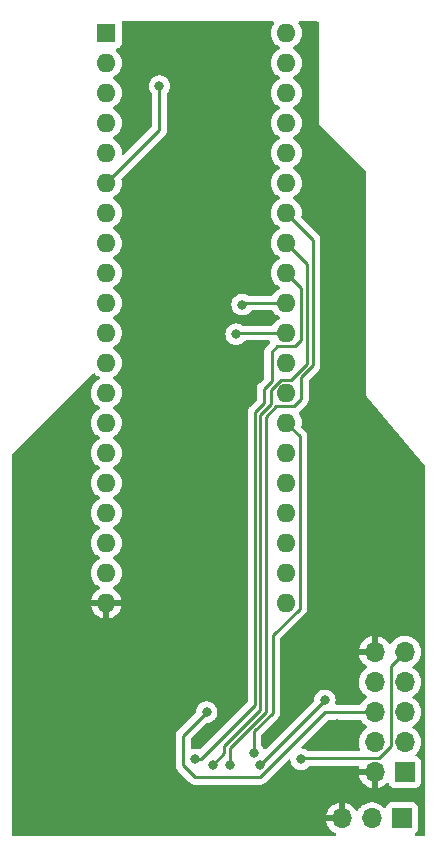
<source format=gbr>
%TF.GenerationSoftware,KiCad,Pcbnew,(6.0.8)*%
%TF.CreationDate,2023-11-14T22:14:52+01:00*%
%TF.ProjectId,B780_CPU,42373830-5f43-4505-952e-6b696361645f,rev?*%
%TF.SameCoordinates,Original*%
%TF.FileFunction,Copper,L2,Bot*%
%TF.FilePolarity,Positive*%
%FSLAX46Y46*%
G04 Gerber Fmt 4.6, Leading zero omitted, Abs format (unit mm)*
G04 Created by KiCad (PCBNEW (6.0.8)) date 2023-11-14 22:14:52*
%MOMM*%
%LPD*%
G01*
G04 APERTURE LIST*
%TA.AperFunction,ComponentPad*%
%ADD10R,1.600000X1.600000*%
%TD*%
%TA.AperFunction,ComponentPad*%
%ADD11O,1.600000X1.600000*%
%TD*%
%TA.AperFunction,ComponentPad*%
%ADD12R,1.700000X1.700000*%
%TD*%
%TA.AperFunction,ComponentPad*%
%ADD13O,1.700000X1.700000*%
%TD*%
%TA.AperFunction,ViaPad*%
%ADD14C,0.800000*%
%TD*%
%TA.AperFunction,Conductor*%
%ADD15C,0.254000*%
%TD*%
%TA.AperFunction,Conductor*%
%ADD16C,0.250000*%
%TD*%
G04 APERTURE END LIST*
D10*
%TO.P,J1,1,Pin_1*%
%TO.N,unconnected-(J1-Pad1)*%
X69000000Y-39000000D03*
D11*
%TO.P,J1,2,Pin_2*%
%TO.N,unconnected-(J1-Pad2)*%
X69000000Y-41540000D03*
%TO.P,J1,3,Pin_3*%
%TO.N,unconnected-(J1-Pad3)*%
X69000000Y-44080000D03*
%TO.P,J1,4,Pin_4*%
%TO.N,unconnected-(J1-Pad4)*%
X69000000Y-46620000D03*
%TO.P,J1,5,Pin_5*%
%TO.N,P0.2_ST*%
X69000000Y-49160000D03*
%TO.P,J1,6,Pin_6*%
%TO.N,P0.3_DON*%
X69000000Y-51700000D03*
%TO.P,J1,7,Pin_7*%
%TO.N,STROBE*%
X69000000Y-54240000D03*
%TO.P,J1,8,Pin_8*%
%TO.N,unconnected-(J1-Pad8)*%
X69000000Y-56780000D03*
%TO.P,J1,9,Pin_9*%
%TO.N,unconnected-(J1-Pad9)*%
X69000000Y-59320000D03*
%TO.P,J1,10,Pin_10*%
%TO.N,P4.2_DLEN5*%
X69000000Y-61860000D03*
%TO.P,J1,11,Pin_11*%
%TO.N,P4.3_DLEN4*%
X69000000Y-64400000D03*
%TO.P,J1,12,Pin_12*%
%TO.N,P4.4_DLEN3*%
X69000000Y-66940000D03*
%TO.P,J1,13,Pin_13*%
%TO.N,P4.5_DLEN2*%
X69000000Y-69480000D03*
%TO.P,J1,14,Pin_14*%
%TO.N,P4.6_DLEN1*%
X69000000Y-72020000D03*
%TO.P,J1,15,Pin_15*%
%TO.N,P4.7_DATA*%
X69000000Y-74560000D03*
%TO.P,J1,16,Pin_16*%
%TO.N,P0.7_NF4*%
X69000000Y-77100000D03*
%TO.P,J1,17,Pin_17*%
%TO.N,P0.6_NF3*%
X69000000Y-79640000D03*
%TO.P,J1,18,Pin_18*%
%TO.N,P0.5_NF2*%
X69000000Y-82180000D03*
%TO.P,J1,19,Pin_19*%
%TO.N,P0.4_NF1*%
X69000000Y-84720000D03*
%TO.P,J1,20,Pin_20*%
%TO.N,GND*%
X69000000Y-87260000D03*
%TO.P,J1,21,Pin_21*%
%TO.N,unconnected-(J1-Pad21)*%
X84240000Y-87260000D03*
%TO.P,J1,22,Pin_22*%
%TO.N,P1.7_NF5*%
X84240000Y-84720000D03*
%TO.P,J1,23,Pin_23*%
%TO.N,P1.5_NF6*%
X84240000Y-82180000D03*
%TO.P,J1,24,Pin_24*%
%TO.N,P1.6_NF7*%
X84240000Y-79640000D03*
%TO.P,J1,25,Pin_25*%
%TO.N,P1.7_NF8*%
X84240000Y-77100000D03*
%TO.P,J1,26,Pin_26*%
%TO.N,P5.7_Mul10*%
X84240000Y-74560000D03*
%TO.P,J1,27,Pin_27*%
%TO.N,P5.6_Mul9*%
X84240000Y-72020000D03*
%TO.P,J1,28,Pin_28*%
%TO.N,P5.5_Mul8*%
X84240000Y-69480000D03*
%TO.P,J1,29,Pin_29*%
%TO.N,P5.4_Mul7*%
X84240000Y-66940000D03*
%TO.P,J1,30,Pin_30*%
%TO.N,P5.3_Mul6*%
X84240000Y-64400000D03*
%TO.P,J1,31,Pin_31*%
%TO.N,P5.2_Z*%
X84240000Y-61860000D03*
%TO.P,J1,32,Pin_32*%
%TO.N,P5.1_PONLR*%
X84240000Y-59320000D03*
%TO.P,J1,33,Pin_33*%
%TO.N,P5.0_PH*%
X84240000Y-56780000D03*
%TO.P,J1,34,Pin_34*%
%TO.N,P1.3_S*%
X84240000Y-54240000D03*
%TO.P,J1,35,Pin_35*%
%TO.N,P1.2_C*%
X84240000Y-51700000D03*
%TO.P,J1,36,Pin_36*%
%TO.N,P1.1_B*%
X84240000Y-49160000D03*
%TO.P,J1,37,Pin_37*%
%TO.N,P1.0_A*%
X84240000Y-46620000D03*
%TO.P,J1,38,Pin_38*%
%TO.N,unconnected-(J1-Pad38)*%
X84240000Y-44080000D03*
%TO.P,J1,39,Pin_39*%
%TO.N,Net-(J1-Pad39)*%
X84240000Y-41540000D03*
%TO.P,J1,40,Pin_40*%
%TO.N,VCC*%
X84240000Y-39000000D03*
%TD*%
D12*
%TO.P,J3,1,Pin_1*%
%TO.N,Net-(J3-Pad1)*%
X94025000Y-105500000D03*
D13*
%TO.P,J3,2,Pin_2*%
%TO.N,Net-(J3-Pad2)*%
X91485000Y-105500000D03*
%TO.P,J3,3,Pin_3*%
%TO.N,GND*%
X88945000Y-105500000D03*
%TD*%
D12*
%TO.P,J2,1,TCK*%
%TO.N,TCK*%
X94275000Y-101575000D03*
D13*
%TO.P,J2,2,GND*%
%TO.N,GND*%
X91735000Y-101575000D03*
%TO.P,J2,3,TDO*%
%TO.N,TDO*%
X94275000Y-99035000D03*
%TO.P,J2,4,VREF*%
%TO.N,VCC*%
X91735000Y-99035000D03*
%TO.P,J2,5,TMS*%
%TO.N,TMS*%
X94275000Y-96495000D03*
%TO.P,J2,6,~{SRST}*%
%TO.N,RESET*%
X91735000Y-96495000D03*
%TO.P,J2,7,VCC*%
%TO.N,unconnected-(J2-Pad7)*%
X94275000Y-93955000D03*
%TO.P,J2,8,~{TRST}*%
%TO.N,unconnected-(J2-Pad8)*%
X91735000Y-93955000D03*
%TO.P,J2,9,TDI*%
%TO.N,TDI*%
X94275000Y-91415000D03*
%TO.P,J2,10,GND*%
%TO.N,GND*%
X91735000Y-91415000D03*
%TD*%
D14*
%TO.N,GND*%
X73000000Y-63500000D03*
X73000000Y-59000000D03*
X74500000Y-102000000D03*
X95000000Y-87500000D03*
X88500000Y-93000000D03*
X86000000Y-106000000D03*
X84500000Y-106000000D03*
X86500000Y-102500000D03*
%TO.N,TDI*%
X85500000Y-100500000D03*
%TO.N,GND*%
X88500000Y-97500000D03*
X79000000Y-94500000D03*
X75500000Y-94500000D03*
X69500000Y-105500000D03*
X63000000Y-105000000D03*
X68000000Y-94500000D03*
X68000000Y-91000000D03*
X64500000Y-81500000D03*
X64500000Y-74500000D03*
X79000000Y-84000000D03*
X79000000Y-77000000D03*
X79000000Y-69500000D03*
X88500000Y-91000000D03*
X88500000Y-81500000D03*
X94000000Y-81000000D03*
X93000000Y-76500000D03*
X88500000Y-70500000D03*
X88000000Y-61500000D03*
X88000000Y-52500000D03*
X79500000Y-58500000D03*
X79000000Y-50500000D03*
X77500000Y-46000000D03*
X79500000Y-41500000D03*
X71500000Y-44000000D03*
X72000000Y-39000000D03*
%TO.N,RESET*%
X77500000Y-96500000D03*
%TO.N,P0.3_DON*%
X73500000Y-43500000D03*
%TO.N,P5.1_PONLR*%
X76500000Y-100500000D03*
%TO.N,P5.0_PH*%
X78000000Y-101000000D03*
%TO.N,P1.3_S*%
X79500000Y-101000000D03*
%TO.N,P5.5_Mul8*%
X87500000Y-95500000D03*
%TO.N,P5.3_Mul6*%
X80000000Y-64500000D03*
%TO.N,P5.2_Z*%
X80500000Y-62000000D03*
%TO.N,P5.6_Mul9*%
X81500000Y-100000000D03*
%TO.N,P5.5_Mul8*%
X82000000Y-101000000D03*
%TD*%
D15*
%TO.N,TDI*%
X85602000Y-100398000D02*
X85500000Y-100500000D01*
X92102000Y-100398000D02*
X85602000Y-100398000D01*
D16*
%TO.N,RESET*%
X87530305Y-96495000D02*
X91735000Y-96495000D01*
X82025305Y-102000000D02*
X87530305Y-96495000D01*
X76500000Y-102000000D02*
X82025305Y-102000000D01*
X75500000Y-101000000D02*
X76500000Y-102000000D01*
X75500000Y-98500000D02*
X75500000Y-101000000D01*
X77500000Y-96500000D02*
X75500000Y-98500000D01*
%TO.N,P5.6_Mul9*%
X81500000Y-98136396D02*
X81500000Y-100000000D01*
X83090991Y-90000000D02*
X83090991Y-96545405D01*
X85365000Y-87725991D02*
X83090991Y-90000000D01*
X85365000Y-73145000D02*
X85365000Y-87725991D01*
X83090991Y-96545405D02*
X81500000Y-98136396D01*
X84240000Y-72020000D02*
X85365000Y-73145000D01*
%TO.N,P1.3_S*%
X86500000Y-56500000D02*
X84240000Y-54240000D01*
X86500000Y-67136396D02*
X86500000Y-56500000D01*
X85500000Y-70000000D02*
X85500000Y-68136396D01*
X85500000Y-68136396D02*
X86500000Y-67136396D01*
X83395000Y-70605000D02*
X84895000Y-70605000D01*
X84895000Y-70605000D02*
X85500000Y-70000000D01*
X82500000Y-71500000D02*
X83395000Y-70605000D01*
X82500000Y-96500000D02*
X82500000Y-71500000D01*
X79500000Y-99500000D02*
X82500000Y-96500000D01*
X79500000Y-101000000D02*
X79500000Y-99500000D01*
%TO.N,P5.1_PONLR*%
X85500000Y-60580000D02*
X84240000Y-59320000D01*
X85500000Y-65000000D02*
X85500000Y-60580000D01*
X84975000Y-65525000D02*
X85500000Y-65000000D01*
X83475000Y-65525000D02*
X84975000Y-65525000D01*
X83000000Y-66000000D02*
X83475000Y-65525000D01*
X83000000Y-68492613D02*
X83000000Y-66000000D01*
X82363604Y-70363604D02*
X82363604Y-69129008D01*
X77000000Y-100500000D02*
X81600000Y-95900000D01*
X82363604Y-69129008D02*
X83000000Y-68492613D01*
X76500000Y-100500000D02*
X77000000Y-100500000D01*
X81600000Y-95900000D02*
X81600000Y-71127208D01*
X81600000Y-71127208D02*
X82363604Y-70363604D01*
%TO.N,P5.0_PH*%
X86000000Y-58540000D02*
X84240000Y-56780000D01*
X86000000Y-67000000D02*
X86000000Y-58540000D01*
X84645000Y-68355000D02*
X86000000Y-67000000D01*
X82931802Y-69197207D02*
X83774009Y-68355000D01*
X82050000Y-71313604D02*
X82931802Y-70431802D01*
X79000000Y-99363604D02*
X82050000Y-96313604D01*
X79000000Y-100000000D02*
X79000000Y-99363604D01*
X82050000Y-96313604D02*
X82050000Y-71313604D01*
X82931802Y-70431802D02*
X82931802Y-69197207D01*
X83774009Y-68355000D02*
X84645000Y-68355000D01*
X78000000Y-101000000D02*
X79000000Y-100000000D01*
%TO.N,P5.2_Z*%
X80640000Y-61860000D02*
X84240000Y-61860000D01*
X80500000Y-62000000D02*
X80640000Y-61860000D01*
%TO.N,P5.3_Mul6*%
X80100000Y-64400000D02*
X84240000Y-64400000D01*
X80000000Y-64500000D02*
X80100000Y-64400000D01*
%TO.N,P5.5_Mul8*%
X82000000Y-101000000D02*
X87500000Y-95500000D01*
D15*
%TO.N,TDI*%
X93098000Y-99402000D02*
X93098000Y-92592000D01*
X92102000Y-100398000D02*
X93098000Y-99402000D01*
X93098000Y-92592000D02*
X94275000Y-91415000D01*
%TO.N,P0.3_DON*%
X73500000Y-47200000D02*
X69000000Y-51700000D01*
X73500000Y-43500000D02*
X73500000Y-47200000D01*
%TD*%
%TA.AperFunction,Conductor*%
%TO.N,GND*%
G36*
X83162950Y-38028502D02*
G01*
X83209443Y-38082158D01*
X83219547Y-38152432D01*
X83198043Y-38206770D01*
X83102477Y-38343251D01*
X83100154Y-38348233D01*
X83100151Y-38348238D01*
X83008039Y-38545775D01*
X83005716Y-38550757D01*
X82946457Y-38771913D01*
X82926502Y-39000000D01*
X82946457Y-39228087D01*
X83005716Y-39449243D01*
X83008039Y-39454224D01*
X83008039Y-39454225D01*
X83100151Y-39651762D01*
X83100154Y-39651767D01*
X83102477Y-39656749D01*
X83233802Y-39844300D01*
X83395700Y-40006198D01*
X83400208Y-40009355D01*
X83400211Y-40009357D01*
X83441542Y-40038297D01*
X83583251Y-40137523D01*
X83588233Y-40139846D01*
X83588238Y-40139849D01*
X83622457Y-40155805D01*
X83675742Y-40202722D01*
X83695203Y-40270999D01*
X83674661Y-40338959D01*
X83622457Y-40384195D01*
X83588238Y-40400151D01*
X83588233Y-40400154D01*
X83583251Y-40402477D01*
X83478389Y-40475902D01*
X83400211Y-40530643D01*
X83400208Y-40530645D01*
X83395700Y-40533802D01*
X83233802Y-40695700D01*
X83102477Y-40883251D01*
X83100154Y-40888233D01*
X83100151Y-40888238D01*
X83008039Y-41085775D01*
X83005716Y-41090757D01*
X82946457Y-41311913D01*
X82926502Y-41540000D01*
X82946457Y-41768087D01*
X83005716Y-41989243D01*
X83008039Y-41994224D01*
X83008039Y-41994225D01*
X83100151Y-42191762D01*
X83100154Y-42191767D01*
X83102477Y-42196749D01*
X83233802Y-42384300D01*
X83395700Y-42546198D01*
X83400208Y-42549355D01*
X83400211Y-42549357D01*
X83416058Y-42560453D01*
X83583251Y-42677523D01*
X83588233Y-42679846D01*
X83588238Y-42679849D01*
X83622457Y-42695805D01*
X83675742Y-42742722D01*
X83695203Y-42810999D01*
X83674661Y-42878959D01*
X83622457Y-42924195D01*
X83588238Y-42940151D01*
X83588233Y-42940154D01*
X83583251Y-42942477D01*
X83512988Y-42991676D01*
X83400211Y-43070643D01*
X83400208Y-43070645D01*
X83395700Y-43073802D01*
X83233802Y-43235700D01*
X83102477Y-43423251D01*
X83100154Y-43428233D01*
X83100151Y-43428238D01*
X83063627Y-43506565D01*
X83005716Y-43630757D01*
X83004294Y-43636065D01*
X83004293Y-43636067D01*
X82989861Y-43689928D01*
X82946457Y-43851913D01*
X82926502Y-44080000D01*
X82946457Y-44308087D01*
X83005716Y-44529243D01*
X83008039Y-44534224D01*
X83008039Y-44534225D01*
X83100151Y-44731762D01*
X83100154Y-44731767D01*
X83102477Y-44736749D01*
X83233802Y-44924300D01*
X83395700Y-45086198D01*
X83400208Y-45089355D01*
X83400211Y-45089357D01*
X83416058Y-45100453D01*
X83583251Y-45217523D01*
X83588233Y-45219846D01*
X83588238Y-45219849D01*
X83622457Y-45235805D01*
X83675742Y-45282722D01*
X83695203Y-45350999D01*
X83674661Y-45418959D01*
X83622457Y-45464195D01*
X83588238Y-45480151D01*
X83588233Y-45480154D01*
X83583251Y-45482477D01*
X83512988Y-45531676D01*
X83400211Y-45610643D01*
X83400208Y-45610645D01*
X83395700Y-45613802D01*
X83233802Y-45775700D01*
X83102477Y-45963251D01*
X83100154Y-45968233D01*
X83100151Y-45968238D01*
X83008039Y-46165775D01*
X83005716Y-46170757D01*
X82946457Y-46391913D01*
X82926502Y-46620000D01*
X82946457Y-46848087D01*
X83005716Y-47069243D01*
X83008039Y-47074224D01*
X83008039Y-47074225D01*
X83100151Y-47271762D01*
X83100154Y-47271767D01*
X83102477Y-47276749D01*
X83233802Y-47464300D01*
X83395700Y-47626198D01*
X83400208Y-47629355D01*
X83400211Y-47629357D01*
X83418706Y-47642307D01*
X83583251Y-47757523D01*
X83588233Y-47759846D01*
X83588238Y-47759849D01*
X83622457Y-47775805D01*
X83675742Y-47822722D01*
X83695203Y-47890999D01*
X83674661Y-47958959D01*
X83622457Y-48004195D01*
X83588238Y-48020151D01*
X83588233Y-48020154D01*
X83583251Y-48022477D01*
X83512988Y-48071676D01*
X83400211Y-48150643D01*
X83400208Y-48150645D01*
X83395700Y-48153802D01*
X83233802Y-48315700D01*
X83102477Y-48503251D01*
X83100154Y-48508233D01*
X83100151Y-48508238D01*
X83008039Y-48705775D01*
X83005716Y-48710757D01*
X82946457Y-48931913D01*
X82926502Y-49160000D01*
X82946457Y-49388087D01*
X83005716Y-49609243D01*
X83008039Y-49614224D01*
X83008039Y-49614225D01*
X83100151Y-49811762D01*
X83100154Y-49811767D01*
X83102477Y-49816749D01*
X83233802Y-50004300D01*
X83395700Y-50166198D01*
X83400208Y-50169355D01*
X83400211Y-50169357D01*
X83416058Y-50180453D01*
X83583251Y-50297523D01*
X83588233Y-50299846D01*
X83588238Y-50299849D01*
X83622457Y-50315805D01*
X83675742Y-50362722D01*
X83695203Y-50430999D01*
X83674661Y-50498959D01*
X83622457Y-50544195D01*
X83588238Y-50560151D01*
X83588233Y-50560154D01*
X83583251Y-50562477D01*
X83512988Y-50611676D01*
X83400211Y-50690643D01*
X83400208Y-50690645D01*
X83395700Y-50693802D01*
X83233802Y-50855700D01*
X83102477Y-51043251D01*
X83100154Y-51048233D01*
X83100151Y-51048238D01*
X83008039Y-51245775D01*
X83005716Y-51250757D01*
X83004294Y-51256065D01*
X83004293Y-51256067D01*
X82981881Y-51339711D01*
X82946457Y-51471913D01*
X82926502Y-51700000D01*
X82946457Y-51928087D01*
X83005716Y-52149243D01*
X83008039Y-52154224D01*
X83008039Y-52154225D01*
X83100151Y-52351762D01*
X83100154Y-52351767D01*
X83102477Y-52356749D01*
X83233802Y-52544300D01*
X83395700Y-52706198D01*
X83400208Y-52709355D01*
X83400211Y-52709357D01*
X83416058Y-52720453D01*
X83583251Y-52837523D01*
X83588233Y-52839846D01*
X83588238Y-52839849D01*
X83622457Y-52855805D01*
X83675742Y-52902722D01*
X83695203Y-52970999D01*
X83674661Y-53038959D01*
X83622457Y-53084195D01*
X83588238Y-53100151D01*
X83588233Y-53100154D01*
X83583251Y-53102477D01*
X83512988Y-53151676D01*
X83400211Y-53230643D01*
X83400208Y-53230645D01*
X83395700Y-53233802D01*
X83233802Y-53395700D01*
X83102477Y-53583251D01*
X83100154Y-53588233D01*
X83100151Y-53588238D01*
X83008039Y-53785775D01*
X83005716Y-53790757D01*
X82946457Y-54011913D01*
X82926502Y-54240000D01*
X82946457Y-54468087D01*
X82947881Y-54473400D01*
X82947881Y-54473402D01*
X82979375Y-54590936D01*
X83005716Y-54689243D01*
X83008039Y-54694224D01*
X83008039Y-54694225D01*
X83100151Y-54891762D01*
X83100154Y-54891767D01*
X83102477Y-54896749D01*
X83233802Y-55084300D01*
X83395700Y-55246198D01*
X83400208Y-55249355D01*
X83400211Y-55249357D01*
X83416058Y-55260453D01*
X83583251Y-55377523D01*
X83588233Y-55379846D01*
X83588238Y-55379849D01*
X83622457Y-55395805D01*
X83675742Y-55442722D01*
X83695203Y-55510999D01*
X83674661Y-55578959D01*
X83622457Y-55624195D01*
X83588238Y-55640151D01*
X83588233Y-55640154D01*
X83583251Y-55642477D01*
X83512988Y-55691676D01*
X83400211Y-55770643D01*
X83400208Y-55770645D01*
X83395700Y-55773802D01*
X83233802Y-55935700D01*
X83102477Y-56123251D01*
X83100154Y-56128233D01*
X83100151Y-56128238D01*
X83041500Y-56254017D01*
X83005716Y-56330757D01*
X83004294Y-56336065D01*
X83004293Y-56336067D01*
X82969984Y-56464110D01*
X82946457Y-56551913D01*
X82926502Y-56780000D01*
X82946457Y-57008087D01*
X82947881Y-57013400D01*
X82947881Y-57013402D01*
X82979375Y-57130936D01*
X83005716Y-57229243D01*
X83008039Y-57234224D01*
X83008039Y-57234225D01*
X83100151Y-57431762D01*
X83100154Y-57431767D01*
X83102477Y-57436749D01*
X83233802Y-57624300D01*
X83395700Y-57786198D01*
X83400208Y-57789355D01*
X83400211Y-57789357D01*
X83416058Y-57800453D01*
X83583251Y-57917523D01*
X83588233Y-57919846D01*
X83588238Y-57919849D01*
X83622457Y-57935805D01*
X83675742Y-57982722D01*
X83695203Y-58050999D01*
X83674661Y-58118959D01*
X83622457Y-58164195D01*
X83588238Y-58180151D01*
X83588233Y-58180154D01*
X83583251Y-58182477D01*
X83512988Y-58231676D01*
X83400211Y-58310643D01*
X83400208Y-58310645D01*
X83395700Y-58313802D01*
X83233802Y-58475700D01*
X83102477Y-58663251D01*
X83100154Y-58668233D01*
X83100151Y-58668238D01*
X83008039Y-58865775D01*
X83005716Y-58870757D01*
X82946457Y-59091913D01*
X82926502Y-59320000D01*
X82946457Y-59548087D01*
X83005716Y-59769243D01*
X83008039Y-59774224D01*
X83008039Y-59774225D01*
X83100151Y-59971762D01*
X83100154Y-59971767D01*
X83102477Y-59976749D01*
X83233802Y-60164300D01*
X83395700Y-60326198D01*
X83400208Y-60329355D01*
X83400211Y-60329357D01*
X83416058Y-60340453D01*
X83583251Y-60457523D01*
X83588233Y-60459846D01*
X83588238Y-60459849D01*
X83622457Y-60475805D01*
X83675742Y-60522722D01*
X83695203Y-60590999D01*
X83674661Y-60658959D01*
X83622457Y-60704195D01*
X83588238Y-60720151D01*
X83588233Y-60720154D01*
X83583251Y-60722477D01*
X83512988Y-60771676D01*
X83400211Y-60850643D01*
X83400208Y-60850645D01*
X83395700Y-60853802D01*
X83233802Y-61015700D01*
X83230645Y-61020208D01*
X83230643Y-61020211D01*
X83123819Y-61172771D01*
X83068362Y-61217099D01*
X83020606Y-61226500D01*
X81019649Y-61226500D01*
X80958419Y-61210093D01*
X80956752Y-61208882D01*
X80950722Y-61206197D01*
X80788319Y-61133891D01*
X80788318Y-61133891D01*
X80782288Y-61131206D01*
X80688888Y-61111353D01*
X80601944Y-61092872D01*
X80601939Y-61092872D01*
X80595487Y-61091500D01*
X80404513Y-61091500D01*
X80398061Y-61092872D01*
X80398056Y-61092872D01*
X80311112Y-61111353D01*
X80217712Y-61131206D01*
X80211682Y-61133891D01*
X80211681Y-61133891D01*
X80049278Y-61206197D01*
X80049276Y-61206198D01*
X80043248Y-61208882D01*
X79888747Y-61321134D01*
X79760960Y-61463056D01*
X79665473Y-61628444D01*
X79606458Y-61810072D01*
X79586496Y-62000000D01*
X79606458Y-62189928D01*
X79665473Y-62371556D01*
X79760960Y-62536944D01*
X79765378Y-62541851D01*
X79765379Y-62541852D01*
X79884325Y-62673955D01*
X79888747Y-62678866D01*
X80043248Y-62791118D01*
X80049276Y-62793802D01*
X80049278Y-62793803D01*
X80203128Y-62862301D01*
X80217712Y-62868794D01*
X80311113Y-62888647D01*
X80398056Y-62907128D01*
X80398061Y-62907128D01*
X80404513Y-62908500D01*
X80595487Y-62908500D01*
X80601939Y-62907128D01*
X80601944Y-62907128D01*
X80688887Y-62888647D01*
X80782288Y-62868794D01*
X80796872Y-62862301D01*
X80950722Y-62793803D01*
X80950724Y-62793802D01*
X80956752Y-62791118D01*
X81111253Y-62678866D01*
X81239040Y-62536944D01*
X81240884Y-62538604D01*
X81288221Y-62502091D01*
X81333950Y-62493500D01*
X83020606Y-62493500D01*
X83088727Y-62513502D01*
X83123819Y-62547229D01*
X83230643Y-62699789D01*
X83233802Y-62704300D01*
X83395700Y-62866198D01*
X83400208Y-62869355D01*
X83400211Y-62869357D01*
X83416058Y-62880453D01*
X83583251Y-62997523D01*
X83588233Y-62999846D01*
X83588238Y-62999849D01*
X83622457Y-63015805D01*
X83675742Y-63062722D01*
X83695203Y-63130999D01*
X83674661Y-63198959D01*
X83622457Y-63244195D01*
X83588238Y-63260151D01*
X83588233Y-63260154D01*
X83583251Y-63262477D01*
X83512988Y-63311676D01*
X83400211Y-63390643D01*
X83400208Y-63390645D01*
X83395700Y-63393802D01*
X83233802Y-63555700D01*
X83230645Y-63560208D01*
X83230643Y-63560211D01*
X83123819Y-63712771D01*
X83068362Y-63757099D01*
X83020606Y-63766500D01*
X80576996Y-63766500D01*
X80508875Y-63746498D01*
X80502935Y-63742436D01*
X80462094Y-63712763D01*
X80462093Y-63712762D01*
X80456752Y-63708882D01*
X80450724Y-63706198D01*
X80450722Y-63706197D01*
X80288319Y-63633891D01*
X80288318Y-63633891D01*
X80282288Y-63631206D01*
X80188888Y-63611353D01*
X80101944Y-63592872D01*
X80101939Y-63592872D01*
X80095487Y-63591500D01*
X79904513Y-63591500D01*
X79898061Y-63592872D01*
X79898056Y-63592872D01*
X79811112Y-63611353D01*
X79717712Y-63631206D01*
X79711682Y-63633891D01*
X79711681Y-63633891D01*
X79549278Y-63706197D01*
X79549276Y-63706198D01*
X79543248Y-63708882D01*
X79388747Y-63821134D01*
X79260960Y-63963056D01*
X79165473Y-64128444D01*
X79106458Y-64310072D01*
X79086496Y-64500000D01*
X79106458Y-64689928D01*
X79165473Y-64871556D01*
X79260960Y-65036944D01*
X79388747Y-65178866D01*
X79543248Y-65291118D01*
X79549276Y-65293802D01*
X79549278Y-65293803D01*
X79711681Y-65366109D01*
X79717712Y-65368794D01*
X79811113Y-65388647D01*
X79898056Y-65407128D01*
X79898061Y-65407128D01*
X79904513Y-65408500D01*
X80095487Y-65408500D01*
X80101939Y-65407128D01*
X80101944Y-65407128D01*
X80188887Y-65388647D01*
X80282288Y-65368794D01*
X80288319Y-65366109D01*
X80450722Y-65293803D01*
X80450724Y-65293802D01*
X80456752Y-65291118D01*
X80611253Y-65178866D01*
X80704603Y-65075190D01*
X80765049Y-65037950D01*
X80798239Y-65033500D01*
X82766405Y-65033500D01*
X82834526Y-65053502D01*
X82881019Y-65107158D01*
X82891123Y-65177432D01*
X82861629Y-65242012D01*
X82855500Y-65248595D01*
X82607747Y-65496348D01*
X82599461Y-65503888D01*
X82592982Y-65508000D01*
X82587557Y-65513777D01*
X82546357Y-65557651D01*
X82543602Y-65560493D01*
X82523865Y-65580230D01*
X82521385Y-65583427D01*
X82513682Y-65592447D01*
X82483414Y-65624679D01*
X82479595Y-65631625D01*
X82479593Y-65631628D01*
X82473652Y-65642434D01*
X82462801Y-65658953D01*
X82450386Y-65674959D01*
X82447241Y-65682228D01*
X82447238Y-65682232D01*
X82432826Y-65715537D01*
X82427609Y-65726187D01*
X82406305Y-65764940D01*
X82404334Y-65772615D01*
X82404334Y-65772616D01*
X82401267Y-65784562D01*
X82394863Y-65803266D01*
X82386819Y-65821855D01*
X82385580Y-65829678D01*
X82385577Y-65829688D01*
X82379901Y-65865524D01*
X82377495Y-65877144D01*
X82366500Y-65919970D01*
X82366500Y-65940224D01*
X82364949Y-65959934D01*
X82361780Y-65979943D01*
X82362526Y-65987835D01*
X82365941Y-66023961D01*
X82366500Y-66035819D01*
X82366500Y-68178018D01*
X82346498Y-68246139D01*
X82329595Y-68267114D01*
X81971351Y-68625357D01*
X81963066Y-68632896D01*
X81956586Y-68637008D01*
X81951161Y-68642785D01*
X81909945Y-68686676D01*
X81907190Y-68689518D01*
X81887470Y-68709238D01*
X81885048Y-68712361D01*
X81884997Y-68712427D01*
X81877286Y-68721455D01*
X81847018Y-68753687D01*
X81843198Y-68760636D01*
X81837258Y-68771440D01*
X81826405Y-68787963D01*
X81813991Y-68803967D01*
X81796428Y-68844551D01*
X81791221Y-68855181D01*
X81769909Y-68893948D01*
X81767938Y-68901625D01*
X81767936Y-68901630D01*
X81764872Y-68913566D01*
X81758467Y-68932274D01*
X81750423Y-68950863D01*
X81749183Y-68958692D01*
X81743506Y-68994532D01*
X81741099Y-69006154D01*
X81732075Y-69041299D01*
X81732074Y-69041304D01*
X81730104Y-69048978D01*
X81730104Y-69069231D01*
X81728553Y-69088942D01*
X81725384Y-69108950D01*
X81726130Y-69116842D01*
X81729545Y-69152968D01*
X81730104Y-69164826D01*
X81730104Y-70049009D01*
X81710102Y-70117130D01*
X81693199Y-70138105D01*
X81450202Y-70381101D01*
X81207742Y-70623561D01*
X81199463Y-70631095D01*
X81192982Y-70635208D01*
X81149942Y-70681041D01*
X81146357Y-70684859D01*
X81143602Y-70687701D01*
X81123865Y-70707438D01*
X81121385Y-70710635D01*
X81113682Y-70719655D01*
X81083414Y-70751887D01*
X81079595Y-70758833D01*
X81079593Y-70758836D01*
X81073652Y-70769642D01*
X81062801Y-70786161D01*
X81050386Y-70802167D01*
X81047241Y-70809436D01*
X81047238Y-70809440D01*
X81032826Y-70842745D01*
X81027609Y-70853395D01*
X81006305Y-70892148D01*
X81004334Y-70899823D01*
X81004334Y-70899824D01*
X81001267Y-70911770D01*
X80994863Y-70930474D01*
X80986819Y-70949063D01*
X80985580Y-70956886D01*
X80985577Y-70956896D01*
X80979901Y-70992732D01*
X80977495Y-71004352D01*
X80971522Y-71027616D01*
X80966500Y-71047178D01*
X80966500Y-71067432D01*
X80964949Y-71087142D01*
X80961780Y-71107151D01*
X80962526Y-71115043D01*
X80965941Y-71151169D01*
X80966500Y-71163027D01*
X80966500Y-95585405D01*
X80946498Y-95653526D01*
X80929595Y-95674500D01*
X76975405Y-99628690D01*
X76913093Y-99662716D01*
X76842278Y-99657651D01*
X76835061Y-99654702D01*
X76788319Y-99633891D01*
X76788318Y-99633891D01*
X76782288Y-99631206D01*
X76688887Y-99611353D01*
X76601944Y-99592872D01*
X76601939Y-99592872D01*
X76595487Y-99591500D01*
X76404513Y-99591500D01*
X76398061Y-99592872D01*
X76398056Y-99592872D01*
X76285697Y-99616755D01*
X76214906Y-99611353D01*
X76158273Y-99568536D01*
X76133780Y-99501898D01*
X76133500Y-99493508D01*
X76133500Y-98814594D01*
X76153502Y-98746473D01*
X76170405Y-98725499D01*
X77450500Y-97445405D01*
X77512812Y-97411379D01*
X77539595Y-97408500D01*
X77595487Y-97408500D01*
X77601939Y-97407128D01*
X77601944Y-97407128D01*
X77719514Y-97382137D01*
X77782288Y-97368794D01*
X77927841Y-97303990D01*
X77950722Y-97293803D01*
X77950724Y-97293802D01*
X77956752Y-97291118D01*
X78111253Y-97178866D01*
X78138593Y-97148502D01*
X78234621Y-97041852D01*
X78234622Y-97041851D01*
X78239040Y-97036944D01*
X78334527Y-96871556D01*
X78393542Y-96689928D01*
X78395215Y-96674016D01*
X78412814Y-96506565D01*
X78413504Y-96500000D01*
X78393542Y-96310072D01*
X78334527Y-96128444D01*
X78239040Y-95963056D01*
X78138001Y-95850840D01*
X78115675Y-95826045D01*
X78115674Y-95826044D01*
X78111253Y-95821134D01*
X77956752Y-95708882D01*
X77950724Y-95706198D01*
X77950722Y-95706197D01*
X77788319Y-95633891D01*
X77788318Y-95633891D01*
X77782288Y-95631206D01*
X77688887Y-95611353D01*
X77601944Y-95592872D01*
X77601939Y-95592872D01*
X77595487Y-95591500D01*
X77404513Y-95591500D01*
X77398061Y-95592872D01*
X77398056Y-95592872D01*
X77311113Y-95611353D01*
X77217712Y-95631206D01*
X77211682Y-95633891D01*
X77211681Y-95633891D01*
X77049278Y-95706197D01*
X77049276Y-95706198D01*
X77043248Y-95708882D01*
X76888747Y-95821134D01*
X76884326Y-95826044D01*
X76884325Y-95826045D01*
X76862000Y-95850840D01*
X76760960Y-95963056D01*
X76665473Y-96128444D01*
X76606458Y-96310072D01*
X76605768Y-96316633D01*
X76605768Y-96316635D01*
X76589093Y-96475293D01*
X76562080Y-96540950D01*
X76552878Y-96551218D01*
X75107747Y-97996348D01*
X75099461Y-98003888D01*
X75092982Y-98008000D01*
X75087557Y-98013777D01*
X75046357Y-98057651D01*
X75043602Y-98060493D01*
X75023865Y-98080230D01*
X75021385Y-98083427D01*
X75013682Y-98092447D01*
X74983414Y-98124679D01*
X74979595Y-98131625D01*
X74979593Y-98131628D01*
X74973652Y-98142434D01*
X74962801Y-98158953D01*
X74950386Y-98174959D01*
X74947241Y-98182228D01*
X74947238Y-98182232D01*
X74932826Y-98215537D01*
X74927609Y-98226187D01*
X74906305Y-98264940D01*
X74904334Y-98272615D01*
X74904334Y-98272616D01*
X74901267Y-98284562D01*
X74894863Y-98303266D01*
X74886819Y-98321855D01*
X74885580Y-98329678D01*
X74885577Y-98329688D01*
X74879901Y-98365524D01*
X74877495Y-98377144D01*
X74875095Y-98386492D01*
X74866500Y-98419970D01*
X74866500Y-98440224D01*
X74864949Y-98459934D01*
X74861780Y-98479943D01*
X74862526Y-98487835D01*
X74865941Y-98523961D01*
X74866500Y-98535819D01*
X74866500Y-100921233D01*
X74865973Y-100932416D01*
X74864298Y-100939909D01*
X74864547Y-100947835D01*
X74864547Y-100947836D01*
X74866438Y-101007986D01*
X74866500Y-101011945D01*
X74866500Y-101039856D01*
X74866997Y-101043790D01*
X74866997Y-101043791D01*
X74867005Y-101043856D01*
X74867938Y-101055693D01*
X74869327Y-101099889D01*
X74874978Y-101119339D01*
X74878987Y-101138700D01*
X74881526Y-101158797D01*
X74884445Y-101166168D01*
X74884445Y-101166170D01*
X74897804Y-101199912D01*
X74901649Y-101211142D01*
X74911771Y-101245983D01*
X74913982Y-101253593D01*
X74918015Y-101260412D01*
X74918017Y-101260417D01*
X74924293Y-101271028D01*
X74932988Y-101288776D01*
X74940448Y-101307617D01*
X74945110Y-101314033D01*
X74945110Y-101314034D01*
X74966436Y-101343387D01*
X74972952Y-101353307D01*
X74982923Y-101370166D01*
X74995458Y-101391362D01*
X75009779Y-101405683D01*
X75022619Y-101420716D01*
X75034528Y-101437107D01*
X75040634Y-101442158D01*
X75068605Y-101465298D01*
X75077384Y-101473288D01*
X75996343Y-102392247D01*
X76003887Y-102400537D01*
X76008000Y-102407018D01*
X76013777Y-102412443D01*
X76057667Y-102453658D01*
X76060509Y-102456413D01*
X76080231Y-102476135D01*
X76083355Y-102478558D01*
X76083359Y-102478562D01*
X76083424Y-102478612D01*
X76092445Y-102486317D01*
X76124679Y-102516586D01*
X76131627Y-102520405D01*
X76131629Y-102520407D01*
X76142432Y-102526346D01*
X76158959Y-102537202D01*
X76168698Y-102544757D01*
X76168700Y-102544758D01*
X76174960Y-102549614D01*
X76215540Y-102567174D01*
X76226188Y-102572391D01*
X76250976Y-102586018D01*
X76264940Y-102593695D01*
X76272616Y-102595666D01*
X76272619Y-102595667D01*
X76284562Y-102598733D01*
X76303267Y-102605137D01*
X76321855Y-102613181D01*
X76329678Y-102614420D01*
X76329688Y-102614423D01*
X76365524Y-102620099D01*
X76377144Y-102622505D01*
X76408959Y-102630673D01*
X76419970Y-102633500D01*
X76440224Y-102633500D01*
X76459934Y-102635051D01*
X76479943Y-102638220D01*
X76487835Y-102637474D01*
X76506580Y-102635702D01*
X76523962Y-102634059D01*
X76535819Y-102633500D01*
X81946538Y-102633500D01*
X81957721Y-102634027D01*
X81965214Y-102635702D01*
X81973140Y-102635453D01*
X81973141Y-102635453D01*
X82033291Y-102633562D01*
X82037250Y-102633500D01*
X82065161Y-102633500D01*
X82069096Y-102633003D01*
X82069161Y-102632995D01*
X82080998Y-102632062D01*
X82113256Y-102631048D01*
X82117275Y-102630922D01*
X82125194Y-102630673D01*
X82144648Y-102625021D01*
X82164005Y-102621013D01*
X82176235Y-102619468D01*
X82176236Y-102619468D01*
X82184102Y-102618474D01*
X82191473Y-102615555D01*
X82191475Y-102615555D01*
X82225217Y-102602196D01*
X82236447Y-102598351D01*
X82271288Y-102588229D01*
X82271289Y-102588229D01*
X82278898Y-102586018D01*
X82285717Y-102581985D01*
X82285722Y-102581983D01*
X82296333Y-102575707D01*
X82314081Y-102567012D01*
X82332922Y-102559552D01*
X82368692Y-102533564D01*
X82378612Y-102527048D01*
X82409840Y-102508580D01*
X82409843Y-102508578D01*
X82416667Y-102504542D01*
X82430988Y-102490221D01*
X82446022Y-102477380D01*
X82450827Y-102473889D01*
X82462412Y-102465472D01*
X82490603Y-102431395D01*
X82498593Y-102422616D01*
X83078243Y-101842966D01*
X90403257Y-101842966D01*
X90433565Y-101977446D01*
X90436645Y-101987275D01*
X90516770Y-102184603D01*
X90521413Y-102193794D01*
X90632694Y-102375388D01*
X90638777Y-102383699D01*
X90778213Y-102544667D01*
X90785580Y-102551883D01*
X90949434Y-102687916D01*
X90957881Y-102693831D01*
X91141756Y-102801279D01*
X91151042Y-102805729D01*
X91350001Y-102881703D01*
X91359899Y-102884579D01*
X91463250Y-102905606D01*
X91477299Y-102904410D01*
X91481000Y-102894065D01*
X91481000Y-101847115D01*
X91476525Y-101831876D01*
X91475135Y-101830671D01*
X91467452Y-101829000D01*
X90418225Y-101829000D01*
X90404694Y-101832973D01*
X90403257Y-101842966D01*
X83078243Y-101842966D01*
X84383983Y-100537226D01*
X84446295Y-100503200D01*
X84517110Y-100508265D01*
X84573946Y-100550812D01*
X84598388Y-100613150D01*
X84600656Y-100634729D01*
X84606458Y-100689928D01*
X84665473Y-100871556D01*
X84760960Y-101036944D01*
X84765378Y-101041851D01*
X84765379Y-101041852D01*
X84817636Y-101099889D01*
X84888747Y-101178866D01*
X84981125Y-101245983D01*
X85017663Y-101272529D01*
X85043248Y-101291118D01*
X85049276Y-101293802D01*
X85049278Y-101293803D01*
X85182927Y-101353307D01*
X85217712Y-101368794D01*
X85311113Y-101388647D01*
X85398056Y-101407128D01*
X85398061Y-101407128D01*
X85404513Y-101408500D01*
X85595487Y-101408500D01*
X85601939Y-101407128D01*
X85601944Y-101407128D01*
X85688888Y-101388647D01*
X85782288Y-101368794D01*
X85817073Y-101353307D01*
X85950722Y-101293803D01*
X85950724Y-101293802D01*
X85956752Y-101291118D01*
X85982338Y-101272529D01*
X86018875Y-101245983D01*
X86111253Y-101178866D01*
X86204603Y-101075190D01*
X86265049Y-101037950D01*
X86298239Y-101033500D01*
X90310145Y-101033500D01*
X90378266Y-101053502D01*
X90424759Y-101107158D01*
X90434863Y-101177432D01*
X90431562Y-101193173D01*
X90399389Y-101309184D01*
X90400912Y-101317607D01*
X90413292Y-101321000D01*
X91863000Y-101321000D01*
X91931121Y-101341002D01*
X91977614Y-101394658D01*
X91989000Y-101447000D01*
X91989000Y-102893517D01*
X91993064Y-102907359D01*
X92006478Y-102909393D01*
X92013184Y-102908534D01*
X92023262Y-102906392D01*
X92227255Y-102845191D01*
X92236842Y-102841433D01*
X92428095Y-102747739D01*
X92436945Y-102742464D01*
X92610328Y-102618792D01*
X92618193Y-102612145D01*
X92722897Y-102507805D01*
X92785268Y-102473889D01*
X92856075Y-102479077D01*
X92912837Y-102521723D01*
X92929819Y-102552826D01*
X92954549Y-102618792D01*
X92974385Y-102671705D01*
X93061739Y-102788261D01*
X93178295Y-102875615D01*
X93314684Y-102926745D01*
X93376866Y-102933500D01*
X95173134Y-102933500D01*
X95235316Y-102926745D01*
X95371705Y-102875615D01*
X95488261Y-102788261D01*
X95575615Y-102671705D01*
X95626745Y-102535316D01*
X95633500Y-102473134D01*
X95633500Y-100676866D01*
X95626745Y-100614684D01*
X95575615Y-100478295D01*
X95488261Y-100361739D01*
X95371705Y-100274385D01*
X95359132Y-100269672D01*
X95253203Y-100229960D01*
X95196439Y-100187318D01*
X95171739Y-100120756D01*
X95186947Y-100051408D01*
X95208493Y-100022727D01*
X95309435Y-99922137D01*
X95313096Y-99918489D01*
X95443453Y-99737077D01*
X95450411Y-99723000D01*
X95540136Y-99541453D01*
X95540137Y-99541451D01*
X95542430Y-99536811D01*
X95607370Y-99323069D01*
X95636529Y-99101590D01*
X95638156Y-99035000D01*
X95619852Y-98812361D01*
X95565431Y-98595702D01*
X95476354Y-98390840D01*
X95407600Y-98284562D01*
X95357822Y-98207617D01*
X95357820Y-98207614D01*
X95355014Y-98203277D01*
X95204670Y-98038051D01*
X95200619Y-98034852D01*
X95200615Y-98034848D01*
X95033414Y-97902800D01*
X95033410Y-97902798D01*
X95029359Y-97899598D01*
X94988053Y-97876796D01*
X94938084Y-97826364D01*
X94923312Y-97756921D01*
X94948428Y-97690516D01*
X94975780Y-97663909D01*
X95019603Y-97632650D01*
X95154860Y-97536173D01*
X95313096Y-97378489D01*
X95443453Y-97197077D01*
X95447611Y-97188665D01*
X95540136Y-97001453D01*
X95540137Y-97001451D01*
X95542430Y-96996811D01*
X95582395Y-96865271D01*
X95605865Y-96788023D01*
X95605865Y-96788021D01*
X95607370Y-96783069D01*
X95636529Y-96561590D01*
X95636627Y-96557570D01*
X95638074Y-96498365D01*
X95638074Y-96498361D01*
X95638156Y-96495000D01*
X95619852Y-96272361D01*
X95565431Y-96055702D01*
X95476354Y-95850840D01*
X95435599Y-95787842D01*
X95357822Y-95667617D01*
X95357820Y-95667614D01*
X95355014Y-95663277D01*
X95204670Y-95498051D01*
X95200619Y-95494852D01*
X95200615Y-95494848D01*
X95033414Y-95362800D01*
X95033410Y-95362798D01*
X95029359Y-95359598D01*
X94988053Y-95336796D01*
X94938084Y-95286364D01*
X94923312Y-95216921D01*
X94948428Y-95150516D01*
X94975780Y-95123909D01*
X95019603Y-95092650D01*
X95154860Y-94996173D01*
X95313096Y-94838489D01*
X95372594Y-94755689D01*
X95440435Y-94661277D01*
X95443453Y-94657077D01*
X95456918Y-94629834D01*
X95540136Y-94461453D01*
X95540137Y-94461451D01*
X95542430Y-94456811D01*
X95607370Y-94243069D01*
X95636529Y-94021590D01*
X95638156Y-93955000D01*
X95619852Y-93732361D01*
X95565431Y-93515702D01*
X95476354Y-93310840D01*
X95355014Y-93123277D01*
X95204670Y-92958051D01*
X95200619Y-92954852D01*
X95200615Y-92954848D01*
X95033414Y-92822800D01*
X95033410Y-92822798D01*
X95029359Y-92819598D01*
X94988053Y-92796796D01*
X94938084Y-92746364D01*
X94923312Y-92676921D01*
X94948428Y-92610516D01*
X94975780Y-92583909D01*
X95076988Y-92511718D01*
X95154860Y-92456173D01*
X95313096Y-92298489D01*
X95443453Y-92117077D01*
X95452661Y-92098447D01*
X95540136Y-91921453D01*
X95540137Y-91921451D01*
X95542430Y-91916811D01*
X95607370Y-91703069D01*
X95636529Y-91481590D01*
X95638156Y-91415000D01*
X95619852Y-91192361D01*
X95565431Y-90975702D01*
X95476354Y-90770840D01*
X95355014Y-90583277D01*
X95204670Y-90418051D01*
X95200619Y-90414852D01*
X95200615Y-90414848D01*
X95033414Y-90282800D01*
X95033410Y-90282798D01*
X95029359Y-90279598D01*
X94993028Y-90259542D01*
X94931358Y-90225499D01*
X94833789Y-90171638D01*
X94828920Y-90169914D01*
X94828916Y-90169912D01*
X94628087Y-90098795D01*
X94628083Y-90098794D01*
X94623212Y-90097069D01*
X94618119Y-90096162D01*
X94618116Y-90096161D01*
X94408373Y-90058800D01*
X94408367Y-90058799D01*
X94403284Y-90057894D01*
X94329452Y-90056992D01*
X94185081Y-90055228D01*
X94185079Y-90055228D01*
X94179911Y-90055165D01*
X93959091Y-90088955D01*
X93746756Y-90158357D01*
X93548607Y-90261507D01*
X93544474Y-90264610D01*
X93544471Y-90264612D01*
X93374100Y-90392530D01*
X93369965Y-90395635D01*
X93215629Y-90557138D01*
X93212715Y-90561410D01*
X93212714Y-90561411D01*
X93107898Y-90715066D01*
X93052987Y-90760069D01*
X92982462Y-90768240D01*
X92918715Y-90736986D01*
X92898018Y-90712502D01*
X92817426Y-90587926D01*
X92811136Y-90579757D01*
X92667806Y-90422240D01*
X92660273Y-90415215D01*
X92493139Y-90283222D01*
X92484552Y-90277517D01*
X92298117Y-90174599D01*
X92288705Y-90170369D01*
X92087959Y-90099280D01*
X92077988Y-90096646D01*
X92006837Y-90083972D01*
X91993540Y-90085432D01*
X91989000Y-90099989D01*
X91989000Y-91543000D01*
X91968998Y-91611121D01*
X91915342Y-91657614D01*
X91863000Y-91669000D01*
X90418225Y-91669000D01*
X90404694Y-91672973D01*
X90403257Y-91682966D01*
X90433565Y-91817446D01*
X90436645Y-91827275D01*
X90516770Y-92024603D01*
X90521413Y-92033794D01*
X90632694Y-92215388D01*
X90638777Y-92223699D01*
X90778213Y-92384667D01*
X90785580Y-92391883D01*
X90949434Y-92527916D01*
X90957881Y-92533831D01*
X91026969Y-92574203D01*
X91075693Y-92625842D01*
X91088764Y-92695625D01*
X91062033Y-92761396D01*
X91021584Y-92794752D01*
X91008607Y-92801507D01*
X91004474Y-92804610D01*
X91004471Y-92804612D01*
X90980247Y-92822800D01*
X90829965Y-92935635D01*
X90675629Y-93097138D01*
X90549743Y-93281680D01*
X90455688Y-93484305D01*
X90395989Y-93699570D01*
X90372251Y-93921695D01*
X90372548Y-93926848D01*
X90372548Y-93926851D01*
X90378011Y-94021590D01*
X90385110Y-94144715D01*
X90386247Y-94149761D01*
X90386248Y-94149767D01*
X90406119Y-94237939D01*
X90434222Y-94362639D01*
X90518266Y-94569616D01*
X90634987Y-94760088D01*
X90781250Y-94928938D01*
X90953126Y-95071632D01*
X91009972Y-95104850D01*
X91026445Y-95114476D01*
X91075169Y-95166114D01*
X91088240Y-95235897D01*
X91061509Y-95301669D01*
X91021055Y-95335027D01*
X91008607Y-95341507D01*
X91004474Y-95344610D01*
X91004471Y-95344612D01*
X90980247Y-95362800D01*
X90829965Y-95475635D01*
X90675629Y-95637138D01*
X90672715Y-95641410D01*
X90672714Y-95641411D01*
X90560095Y-95806504D01*
X90505184Y-95851507D01*
X90456007Y-95861500D01*
X88511219Y-95861500D01*
X88443098Y-95841498D01*
X88396605Y-95787842D01*
X88386501Y-95717568D01*
X88391387Y-95696561D01*
X88391500Y-95696213D01*
X88391500Y-95696212D01*
X88393542Y-95689928D01*
X88396344Y-95663277D01*
X88412814Y-95506565D01*
X88413504Y-95500000D01*
X88393542Y-95310072D01*
X88334527Y-95128444D01*
X88239040Y-94963056D01*
X88126880Y-94838489D01*
X88115675Y-94826045D01*
X88115674Y-94826044D01*
X88111253Y-94821134D01*
X87956752Y-94708882D01*
X87950724Y-94706198D01*
X87950722Y-94706197D01*
X87788319Y-94633891D01*
X87788318Y-94633891D01*
X87782288Y-94631206D01*
X87688888Y-94611353D01*
X87601944Y-94592872D01*
X87601939Y-94592872D01*
X87595487Y-94591500D01*
X87404513Y-94591500D01*
X87398061Y-94592872D01*
X87398056Y-94592872D01*
X87311112Y-94611353D01*
X87217712Y-94631206D01*
X87211682Y-94633891D01*
X87211681Y-94633891D01*
X87049278Y-94706197D01*
X87049276Y-94706198D01*
X87043248Y-94708882D01*
X86888747Y-94821134D01*
X86884326Y-94826044D01*
X86884325Y-94826045D01*
X86873121Y-94838489D01*
X86760960Y-94963056D01*
X86665473Y-95128444D01*
X86606458Y-95310072D01*
X86605768Y-95316633D01*
X86605768Y-95316635D01*
X86589093Y-95475293D01*
X86562080Y-95540950D01*
X86552878Y-95551218D01*
X82502293Y-99601802D01*
X82439981Y-99635828D01*
X82369165Y-99630763D01*
X82312330Y-99588216D01*
X82304079Y-99575707D01*
X82294682Y-99559431D01*
X82239040Y-99463056D01*
X82165863Y-99381785D01*
X82135147Y-99317779D01*
X82133500Y-99297476D01*
X82133500Y-98450990D01*
X82153502Y-98382869D01*
X82170405Y-98361895D01*
X82826187Y-97706114D01*
X83483244Y-97049057D01*
X83491530Y-97041517D01*
X83498009Y-97037405D01*
X83544635Y-96987753D01*
X83547389Y-96984912D01*
X83567126Y-96965175D01*
X83569606Y-96961978D01*
X83577311Y-96952956D01*
X83602150Y-96926505D01*
X83607577Y-96920726D01*
X83611396Y-96913780D01*
X83611398Y-96913777D01*
X83617339Y-96902971D01*
X83628190Y-96886452D01*
X83635749Y-96876706D01*
X83640605Y-96870446D01*
X83643750Y-96863177D01*
X83643753Y-96863173D01*
X83658165Y-96829868D01*
X83663382Y-96819218D01*
X83684686Y-96780465D01*
X83689724Y-96760842D01*
X83696128Y-96742139D01*
X83701024Y-96730825D01*
X83701024Y-96730824D01*
X83704172Y-96723550D01*
X83705411Y-96715727D01*
X83705414Y-96715717D01*
X83711090Y-96679881D01*
X83713496Y-96668261D01*
X83722519Y-96633116D01*
X83722519Y-96633115D01*
X83724491Y-96625435D01*
X83724491Y-96605181D01*
X83726042Y-96585470D01*
X83727971Y-96573291D01*
X83729211Y-96565462D01*
X83725050Y-96521443D01*
X83724491Y-96509586D01*
X83724491Y-91149183D01*
X90399389Y-91149183D01*
X90400912Y-91157607D01*
X90413292Y-91161000D01*
X91462885Y-91161000D01*
X91478124Y-91156525D01*
X91479329Y-91155135D01*
X91481000Y-91147452D01*
X91481000Y-90098102D01*
X91477082Y-90084758D01*
X91462806Y-90082771D01*
X91424324Y-90088660D01*
X91414288Y-90091051D01*
X91211868Y-90157212D01*
X91202359Y-90161209D01*
X91013463Y-90259542D01*
X91004738Y-90265036D01*
X90834433Y-90392905D01*
X90826726Y-90399748D01*
X90679590Y-90553717D01*
X90673104Y-90561727D01*
X90553098Y-90737649D01*
X90548000Y-90746623D01*
X90458338Y-90939783D01*
X90454775Y-90949470D01*
X90399389Y-91149183D01*
X83724491Y-91149183D01*
X83724491Y-90314594D01*
X83744493Y-90246473D01*
X83761396Y-90225499D01*
X85757247Y-88229648D01*
X85765537Y-88222104D01*
X85772018Y-88217991D01*
X85818659Y-88168323D01*
X85821413Y-88165482D01*
X85841134Y-88145761D01*
X85843612Y-88142566D01*
X85851318Y-88133544D01*
X85876158Y-88107092D01*
X85881586Y-88101312D01*
X85891346Y-88083559D01*
X85902199Y-88067036D01*
X85909753Y-88057297D01*
X85914613Y-88051032D01*
X85932176Y-88010448D01*
X85937383Y-87999818D01*
X85958695Y-87961051D01*
X85960666Y-87953374D01*
X85960668Y-87953369D01*
X85963732Y-87941433D01*
X85970138Y-87922721D01*
X85975034Y-87911408D01*
X85978181Y-87904136D01*
X85985097Y-87860472D01*
X85987504Y-87848851D01*
X85996528Y-87813702D01*
X85996528Y-87813701D01*
X85998500Y-87806021D01*
X85998500Y-87785760D01*
X86000051Y-87766049D01*
X86001979Y-87753876D01*
X86003219Y-87746048D01*
X85999059Y-87702037D01*
X85998500Y-87690180D01*
X85998500Y-73223767D01*
X85999027Y-73212584D01*
X86000702Y-73205091D01*
X85999782Y-73175805D01*
X85998562Y-73137014D01*
X85998500Y-73133055D01*
X85998500Y-73105144D01*
X85997995Y-73101144D01*
X85997062Y-73089301D01*
X85996399Y-73068188D01*
X85995673Y-73045110D01*
X85990022Y-73025658D01*
X85986014Y-73006306D01*
X85984467Y-72994063D01*
X85983474Y-72986203D01*
X85980556Y-72978832D01*
X85967200Y-72945097D01*
X85963355Y-72933870D01*
X85962721Y-72931687D01*
X85951018Y-72891407D01*
X85946984Y-72884585D01*
X85946981Y-72884579D01*
X85940706Y-72873968D01*
X85932010Y-72856218D01*
X85927472Y-72844756D01*
X85927469Y-72844751D01*
X85924552Y-72837383D01*
X85898573Y-72801625D01*
X85892057Y-72791707D01*
X85873575Y-72760457D01*
X85869542Y-72753637D01*
X85855218Y-72739313D01*
X85842376Y-72724278D01*
X85840034Y-72721054D01*
X85830472Y-72707893D01*
X85796406Y-72679711D01*
X85787627Y-72671722D01*
X85549152Y-72433247D01*
X85515126Y-72370935D01*
X85516540Y-72311541D01*
X85533543Y-72248087D01*
X85553498Y-72020000D01*
X85533543Y-71791913D01*
X85474284Y-71570757D01*
X85471961Y-71565775D01*
X85379849Y-71368238D01*
X85379846Y-71368233D01*
X85377523Y-71363251D01*
X85297348Y-71248750D01*
X85274661Y-71181478D01*
X85291946Y-71112618D01*
X85320491Y-71081167D01*
X85319917Y-71080556D01*
X85325693Y-71075132D01*
X85332107Y-71070472D01*
X85360298Y-71036395D01*
X85368288Y-71027616D01*
X85892247Y-70503657D01*
X85900537Y-70496113D01*
X85907018Y-70492000D01*
X85953659Y-70442332D01*
X85956413Y-70439491D01*
X85976134Y-70419770D01*
X85978612Y-70416575D01*
X85986318Y-70407553D01*
X86011158Y-70381101D01*
X86016586Y-70375321D01*
X86026346Y-70357568D01*
X86037199Y-70341045D01*
X86044753Y-70331306D01*
X86049613Y-70325041D01*
X86067176Y-70284457D01*
X86072383Y-70273827D01*
X86093695Y-70235060D01*
X86095666Y-70227383D01*
X86095668Y-70227378D01*
X86098732Y-70215442D01*
X86105138Y-70196730D01*
X86110033Y-70185419D01*
X86113181Y-70178145D01*
X86114421Y-70170317D01*
X86114423Y-70170310D01*
X86120099Y-70134476D01*
X86122505Y-70122856D01*
X86131528Y-70087711D01*
X86131528Y-70087710D01*
X86133500Y-70080030D01*
X86133500Y-70059776D01*
X86135051Y-70040065D01*
X86136980Y-70027886D01*
X86138220Y-70020057D01*
X86134059Y-69976038D01*
X86133500Y-69964181D01*
X86133500Y-68450990D01*
X86153502Y-68382869D01*
X86170405Y-68361895D01*
X86892247Y-67640053D01*
X86900537Y-67632509D01*
X86907018Y-67628396D01*
X86953659Y-67578728D01*
X86956413Y-67575887D01*
X86976135Y-67556165D01*
X86978612Y-67552972D01*
X86986317Y-67543951D01*
X87011159Y-67517496D01*
X87016586Y-67511717D01*
X87020407Y-67504767D01*
X87026346Y-67493964D01*
X87037202Y-67477437D01*
X87044757Y-67467698D01*
X87044758Y-67467696D01*
X87049614Y-67461436D01*
X87067174Y-67420856D01*
X87072391Y-67410208D01*
X87089875Y-67378405D01*
X87089876Y-67378403D01*
X87093695Y-67371456D01*
X87098733Y-67351833D01*
X87105137Y-67333130D01*
X87110033Y-67321816D01*
X87110033Y-67321815D01*
X87113181Y-67314541D01*
X87114420Y-67306718D01*
X87114423Y-67306708D01*
X87120099Y-67270872D01*
X87122505Y-67259252D01*
X87131528Y-67224107D01*
X87131528Y-67224106D01*
X87133500Y-67216426D01*
X87133500Y-67196172D01*
X87135051Y-67176461D01*
X87136980Y-67164282D01*
X87138220Y-67156453D01*
X87134059Y-67112434D01*
X87133500Y-67100577D01*
X87133500Y-56578768D01*
X87134027Y-56567585D01*
X87135702Y-56560092D01*
X87133562Y-56492001D01*
X87133500Y-56488044D01*
X87133500Y-56460144D01*
X87132996Y-56456153D01*
X87132063Y-56444311D01*
X87130923Y-56408036D01*
X87130674Y-56400111D01*
X87125021Y-56380652D01*
X87121012Y-56361293D01*
X87120846Y-56359983D01*
X87118474Y-56341203D01*
X87115558Y-56333837D01*
X87115556Y-56333831D01*
X87102200Y-56300098D01*
X87098355Y-56288868D01*
X87088230Y-56254017D01*
X87088230Y-56254016D01*
X87086019Y-56246407D01*
X87075705Y-56228966D01*
X87067008Y-56211213D01*
X87062472Y-56199758D01*
X87059552Y-56192383D01*
X87033563Y-56156612D01*
X87027047Y-56146692D01*
X87008578Y-56115463D01*
X87004542Y-56108638D01*
X86990221Y-56094317D01*
X86977380Y-56079283D01*
X86970131Y-56069306D01*
X86965472Y-56062893D01*
X86931395Y-56034702D01*
X86922616Y-56026712D01*
X85549152Y-54653248D01*
X85515126Y-54590936D01*
X85516541Y-54531541D01*
X85532118Y-54473409D01*
X85532120Y-54473398D01*
X85533543Y-54468087D01*
X85553498Y-54240000D01*
X85533543Y-54011913D01*
X85474284Y-53790757D01*
X85471961Y-53785775D01*
X85379849Y-53588238D01*
X85379846Y-53588233D01*
X85377523Y-53583251D01*
X85246198Y-53395700D01*
X85084300Y-53233802D01*
X85079792Y-53230645D01*
X85079789Y-53230643D01*
X84967012Y-53151676D01*
X84896749Y-53102477D01*
X84891767Y-53100154D01*
X84891762Y-53100151D01*
X84857543Y-53084195D01*
X84804258Y-53037278D01*
X84784797Y-52969001D01*
X84805339Y-52901041D01*
X84857543Y-52855805D01*
X84891762Y-52839849D01*
X84891767Y-52839846D01*
X84896749Y-52837523D01*
X85063942Y-52720453D01*
X85079789Y-52709357D01*
X85079792Y-52709355D01*
X85084300Y-52706198D01*
X85246198Y-52544300D01*
X85377523Y-52356749D01*
X85379846Y-52351767D01*
X85379849Y-52351762D01*
X85471961Y-52154225D01*
X85471961Y-52154224D01*
X85474284Y-52149243D01*
X85533543Y-51928087D01*
X85553498Y-51700000D01*
X85533543Y-51471913D01*
X85498119Y-51339711D01*
X85475707Y-51256067D01*
X85475706Y-51256065D01*
X85474284Y-51250757D01*
X85471961Y-51245775D01*
X85379849Y-51048238D01*
X85379846Y-51048233D01*
X85377523Y-51043251D01*
X85246198Y-50855700D01*
X85084300Y-50693802D01*
X85079792Y-50690645D01*
X85079789Y-50690643D01*
X84967012Y-50611676D01*
X84896749Y-50562477D01*
X84891767Y-50560154D01*
X84891762Y-50560151D01*
X84857543Y-50544195D01*
X84804258Y-50497278D01*
X84784797Y-50429001D01*
X84805339Y-50361041D01*
X84857543Y-50315805D01*
X84891762Y-50299849D01*
X84891767Y-50299846D01*
X84896749Y-50297523D01*
X85063942Y-50180453D01*
X85079789Y-50169357D01*
X85079792Y-50169355D01*
X85084300Y-50166198D01*
X85246198Y-50004300D01*
X85377523Y-49816749D01*
X85379846Y-49811767D01*
X85379849Y-49811762D01*
X85471961Y-49614225D01*
X85471961Y-49614224D01*
X85474284Y-49609243D01*
X85533543Y-49388087D01*
X85553498Y-49160000D01*
X85533543Y-48931913D01*
X85474284Y-48710757D01*
X85471961Y-48705775D01*
X85379849Y-48508238D01*
X85379846Y-48508233D01*
X85377523Y-48503251D01*
X85246198Y-48315700D01*
X85084300Y-48153802D01*
X85079792Y-48150645D01*
X85079789Y-48150643D01*
X84967012Y-48071676D01*
X84896749Y-48022477D01*
X84891767Y-48020154D01*
X84891762Y-48020151D01*
X84857543Y-48004195D01*
X84804258Y-47957278D01*
X84784797Y-47889001D01*
X84805339Y-47821041D01*
X84857543Y-47775805D01*
X84891762Y-47759849D01*
X84891767Y-47759846D01*
X84896749Y-47757523D01*
X85061294Y-47642307D01*
X85079789Y-47629357D01*
X85079792Y-47629355D01*
X85084300Y-47626198D01*
X85246198Y-47464300D01*
X85377523Y-47276749D01*
X85379846Y-47271767D01*
X85379849Y-47271762D01*
X85471961Y-47074225D01*
X85471961Y-47074224D01*
X85474284Y-47069243D01*
X85533543Y-46848087D01*
X85553498Y-46620000D01*
X85533543Y-46391913D01*
X85474284Y-46170757D01*
X85471961Y-46165775D01*
X85379849Y-45968238D01*
X85379846Y-45968233D01*
X85377523Y-45963251D01*
X85246198Y-45775700D01*
X85084300Y-45613802D01*
X85079792Y-45610645D01*
X85079789Y-45610643D01*
X84967012Y-45531676D01*
X84896749Y-45482477D01*
X84891767Y-45480154D01*
X84891762Y-45480151D01*
X84857543Y-45464195D01*
X84804258Y-45417278D01*
X84784797Y-45349001D01*
X84805339Y-45281041D01*
X84857543Y-45235805D01*
X84891762Y-45219849D01*
X84891767Y-45219846D01*
X84896749Y-45217523D01*
X85063942Y-45100453D01*
X85079789Y-45089357D01*
X85079792Y-45089355D01*
X85084300Y-45086198D01*
X85246198Y-44924300D01*
X85377523Y-44736749D01*
X85379846Y-44731767D01*
X85379849Y-44731762D01*
X85471961Y-44534225D01*
X85471961Y-44534224D01*
X85474284Y-44529243D01*
X85533543Y-44308087D01*
X85553498Y-44080000D01*
X85533543Y-43851913D01*
X85490139Y-43689928D01*
X85475707Y-43636067D01*
X85475706Y-43636065D01*
X85474284Y-43630757D01*
X85416373Y-43506565D01*
X85379849Y-43428238D01*
X85379846Y-43428233D01*
X85377523Y-43423251D01*
X85246198Y-43235700D01*
X85084300Y-43073802D01*
X85079792Y-43070645D01*
X85079789Y-43070643D01*
X84967012Y-42991676D01*
X84896749Y-42942477D01*
X84891767Y-42940154D01*
X84891762Y-42940151D01*
X84857543Y-42924195D01*
X84804258Y-42877278D01*
X84784797Y-42809001D01*
X84805339Y-42741041D01*
X84857543Y-42695805D01*
X84891762Y-42679849D01*
X84891767Y-42679846D01*
X84896749Y-42677523D01*
X85063942Y-42560453D01*
X85079789Y-42549357D01*
X85079792Y-42549355D01*
X85084300Y-42546198D01*
X85246198Y-42384300D01*
X85377523Y-42196749D01*
X85379846Y-42191767D01*
X85379849Y-42191762D01*
X85471961Y-41994225D01*
X85471961Y-41994224D01*
X85474284Y-41989243D01*
X85533543Y-41768087D01*
X85553498Y-41540000D01*
X85533543Y-41311913D01*
X85474284Y-41090757D01*
X85471961Y-41085775D01*
X85379849Y-40888238D01*
X85379846Y-40888233D01*
X85377523Y-40883251D01*
X85246198Y-40695700D01*
X85084300Y-40533802D01*
X85079792Y-40530645D01*
X85079789Y-40530643D01*
X85001611Y-40475902D01*
X84896749Y-40402477D01*
X84891767Y-40400154D01*
X84891762Y-40400151D01*
X84857543Y-40384195D01*
X84804258Y-40337278D01*
X84784797Y-40269001D01*
X84805339Y-40201041D01*
X84857543Y-40155805D01*
X84891762Y-40139849D01*
X84891767Y-40139846D01*
X84896749Y-40137523D01*
X85038458Y-40038297D01*
X85079789Y-40009357D01*
X85079792Y-40009355D01*
X85084300Y-40006198D01*
X85246198Y-39844300D01*
X85377523Y-39656749D01*
X85379846Y-39651767D01*
X85379849Y-39651762D01*
X85471961Y-39454225D01*
X85471961Y-39454224D01*
X85474284Y-39449243D01*
X85533543Y-39228087D01*
X85553498Y-39000000D01*
X85533543Y-38771913D01*
X85474284Y-38550757D01*
X85471961Y-38545775D01*
X85379849Y-38348238D01*
X85379846Y-38348233D01*
X85377523Y-38343251D01*
X85281958Y-38206770D01*
X85259270Y-38139497D01*
X85276555Y-38070637D01*
X85328324Y-38022052D01*
X85385171Y-38008500D01*
X86865500Y-38008500D01*
X86933621Y-38028502D01*
X86980114Y-38082158D01*
X86991500Y-38134500D01*
X86991500Y-46428928D01*
X86990145Y-46441058D01*
X86990627Y-46441097D01*
X86989907Y-46450044D01*
X86987926Y-46458800D01*
X86988482Y-46467760D01*
X86991258Y-46512508D01*
X86991500Y-46520310D01*
X86991500Y-46536513D01*
X86992136Y-46540953D01*
X86992984Y-46546878D01*
X86994013Y-46556928D01*
X86996945Y-46604177D01*
X86999994Y-46612623D01*
X87000593Y-46615514D01*
X87004822Y-46632480D01*
X87005648Y-46635305D01*
X87006920Y-46644187D01*
X87026522Y-46687298D01*
X87030327Y-46696647D01*
X87046404Y-46741181D01*
X87051699Y-46748429D01*
X87053080Y-46751027D01*
X87061915Y-46766145D01*
X87063494Y-46768614D01*
X87067208Y-46776782D01*
X87073064Y-46783578D01*
X87098115Y-46812652D01*
X87104401Y-46820569D01*
X87109548Y-46827615D01*
X87109553Y-46827620D01*
X87112425Y-46831552D01*
X87123400Y-46842527D01*
X87129758Y-46849374D01*
X87162287Y-46887127D01*
X87169822Y-46892011D01*
X87176066Y-46897458D01*
X87187931Y-46907058D01*
X90954595Y-50673722D01*
X90988621Y-50736034D01*
X90991500Y-50762817D01*
X90991500Y-69489488D01*
X90991448Y-69493104D01*
X90989579Y-69558205D01*
X90991850Y-69566888D01*
X90991850Y-69566890D01*
X90998882Y-69593780D01*
X91001708Y-69607795D01*
X91006920Y-69644187D01*
X91010635Y-69652357D01*
X91014561Y-69660991D01*
X91021762Y-69681266D01*
X91024161Y-69690442D01*
X91024163Y-69690446D01*
X91026432Y-69699124D01*
X91031048Y-69706820D01*
X91045341Y-69730649D01*
X91051987Y-69743307D01*
X91063489Y-69768605D01*
X91063493Y-69768611D01*
X91067208Y-69776782D01*
X91112980Y-69829903D01*
X91114243Y-69831393D01*
X95962296Y-75649057D01*
X95990540Y-75714194D01*
X95991500Y-75729720D01*
X95991500Y-106865500D01*
X95971498Y-106933621D01*
X95917842Y-106980114D01*
X95865500Y-106991500D01*
X95245226Y-106991500D01*
X95177105Y-106971498D01*
X95130612Y-106917842D01*
X95120508Y-106847568D01*
X95150002Y-106782988D01*
X95169661Y-106764674D01*
X95231080Y-106718643D01*
X95231081Y-106718642D01*
X95238261Y-106713261D01*
X95325615Y-106596705D01*
X95376745Y-106460316D01*
X95383500Y-106398134D01*
X95383500Y-104601866D01*
X95376745Y-104539684D01*
X95325615Y-104403295D01*
X95238261Y-104286739D01*
X95121705Y-104199385D01*
X94985316Y-104148255D01*
X94923134Y-104141500D01*
X93126866Y-104141500D01*
X93064684Y-104148255D01*
X92928295Y-104199385D01*
X92811739Y-104286739D01*
X92724385Y-104403295D01*
X92721233Y-104411703D01*
X92679919Y-104521907D01*
X92637277Y-104578671D01*
X92570716Y-104603371D01*
X92501367Y-104588163D01*
X92468743Y-104562476D01*
X92418151Y-104506875D01*
X92418142Y-104506866D01*
X92414670Y-104503051D01*
X92410619Y-104499852D01*
X92410615Y-104499848D01*
X92243414Y-104367800D01*
X92243410Y-104367798D01*
X92239359Y-104364598D01*
X92203028Y-104344542D01*
X92187136Y-104335769D01*
X92043789Y-104256638D01*
X92038920Y-104254914D01*
X92038916Y-104254912D01*
X91838087Y-104183795D01*
X91838083Y-104183794D01*
X91833212Y-104182069D01*
X91828119Y-104181162D01*
X91828116Y-104181161D01*
X91618373Y-104143800D01*
X91618367Y-104143799D01*
X91613284Y-104142894D01*
X91539452Y-104141992D01*
X91395081Y-104140228D01*
X91395079Y-104140228D01*
X91389911Y-104140165D01*
X91169091Y-104173955D01*
X90956756Y-104243357D01*
X90758607Y-104346507D01*
X90754474Y-104349610D01*
X90754471Y-104349612D01*
X90584100Y-104477530D01*
X90579965Y-104480635D01*
X90554541Y-104507240D01*
X90486280Y-104578671D01*
X90425629Y-104642138D01*
X90422715Y-104646410D01*
X90422714Y-104646411D01*
X90317898Y-104800066D01*
X90262987Y-104845069D01*
X90192462Y-104853240D01*
X90128715Y-104821986D01*
X90108018Y-104797502D01*
X90027426Y-104672926D01*
X90021136Y-104664757D01*
X89877806Y-104507240D01*
X89870273Y-104500215D01*
X89703139Y-104368222D01*
X89694552Y-104362517D01*
X89508117Y-104259599D01*
X89498705Y-104255369D01*
X89297959Y-104184280D01*
X89287988Y-104181646D01*
X89216837Y-104168972D01*
X89203540Y-104170432D01*
X89199000Y-104184989D01*
X89199000Y-105628000D01*
X89178998Y-105696121D01*
X89125342Y-105742614D01*
X89073000Y-105754000D01*
X87628225Y-105754000D01*
X87614694Y-105757973D01*
X87613257Y-105767966D01*
X87643565Y-105902446D01*
X87646645Y-105912275D01*
X87726770Y-106109603D01*
X87731413Y-106118794D01*
X87842694Y-106300388D01*
X87848777Y-106308699D01*
X87988213Y-106469667D01*
X87995580Y-106476883D01*
X88159434Y-106612916D01*
X88167881Y-106618831D01*
X88351756Y-106726279D01*
X88361042Y-106730729D01*
X88405722Y-106747790D01*
X88462225Y-106790777D01*
X88486518Y-106857488D01*
X88470888Y-106926743D01*
X88420297Y-106976554D01*
X88360773Y-106991500D01*
X61134500Y-106991500D01*
X61066379Y-106971498D01*
X61019886Y-106917842D01*
X61008500Y-106865500D01*
X61008500Y-105234183D01*
X87609389Y-105234183D01*
X87610912Y-105242607D01*
X87623292Y-105246000D01*
X88672885Y-105246000D01*
X88688124Y-105241525D01*
X88689329Y-105240135D01*
X88691000Y-105232452D01*
X88691000Y-104183102D01*
X88687082Y-104169758D01*
X88672806Y-104167771D01*
X88634324Y-104173660D01*
X88624288Y-104176051D01*
X88421868Y-104242212D01*
X88412359Y-104246209D01*
X88223463Y-104344542D01*
X88214738Y-104350036D01*
X88044433Y-104477905D01*
X88036726Y-104484748D01*
X87889590Y-104638717D01*
X87883104Y-104646727D01*
X87763098Y-104822649D01*
X87758000Y-104831623D01*
X87668338Y-105024783D01*
X87664775Y-105034470D01*
X87609389Y-105234183D01*
X61008500Y-105234183D01*
X61008500Y-87526522D01*
X67717273Y-87526522D01*
X67764764Y-87703761D01*
X67768510Y-87714053D01*
X67860586Y-87911511D01*
X67866069Y-87921007D01*
X67991028Y-88099467D01*
X67998084Y-88107875D01*
X68152125Y-88261916D01*
X68160533Y-88268972D01*
X68338993Y-88393931D01*
X68348489Y-88399414D01*
X68545947Y-88491490D01*
X68556239Y-88495236D01*
X68728503Y-88541394D01*
X68742599Y-88541058D01*
X68746000Y-88533116D01*
X68746000Y-88527967D01*
X69254000Y-88527967D01*
X69257973Y-88541498D01*
X69266522Y-88542727D01*
X69443761Y-88495236D01*
X69454053Y-88491490D01*
X69651511Y-88399414D01*
X69661007Y-88393931D01*
X69839467Y-88268972D01*
X69847875Y-88261916D01*
X70001916Y-88107875D01*
X70008972Y-88099467D01*
X70133931Y-87921007D01*
X70139414Y-87911511D01*
X70231490Y-87714053D01*
X70235236Y-87703761D01*
X70281394Y-87531497D01*
X70281058Y-87517401D01*
X70273116Y-87514000D01*
X69272115Y-87514000D01*
X69256876Y-87518475D01*
X69255671Y-87519865D01*
X69254000Y-87527548D01*
X69254000Y-88527967D01*
X68746000Y-88527967D01*
X68746000Y-87532115D01*
X68741525Y-87516876D01*
X68740135Y-87515671D01*
X68732452Y-87514000D01*
X67732033Y-87514000D01*
X67718502Y-87517973D01*
X67717273Y-87526522D01*
X61008500Y-87526522D01*
X61008500Y-74762817D01*
X61028502Y-74694696D01*
X61045405Y-74673722D01*
X67809304Y-67909823D01*
X67818844Y-67902200D01*
X67818530Y-67901832D01*
X67825366Y-67896014D01*
X67832958Y-67891224D01*
X67868593Y-67850875D01*
X67873957Y-67845170D01*
X67875254Y-67843873D01*
X67937580Y-67809872D01*
X68008394Y-67814965D01*
X68053410Y-67843908D01*
X68155700Y-67946198D01*
X68160208Y-67949355D01*
X68160211Y-67949357D01*
X68238389Y-68004098D01*
X68343251Y-68077523D01*
X68348233Y-68079846D01*
X68348238Y-68079849D01*
X68382457Y-68095805D01*
X68435742Y-68142722D01*
X68455203Y-68210999D01*
X68434661Y-68278959D01*
X68382457Y-68324195D01*
X68348238Y-68340151D01*
X68348233Y-68340154D01*
X68343251Y-68342477D01*
X68262814Y-68398800D01*
X68160211Y-68470643D01*
X68160208Y-68470645D01*
X68155700Y-68473802D01*
X67993802Y-68635700D01*
X67862477Y-68823251D01*
X67860154Y-68828233D01*
X67860151Y-68828238D01*
X67777188Y-69006154D01*
X67765716Y-69030757D01*
X67764294Y-69036065D01*
X67764293Y-69036067D01*
X67758709Y-69056907D01*
X67706457Y-69251913D01*
X67686502Y-69480000D01*
X67706457Y-69708087D01*
X67707881Y-69713400D01*
X67707881Y-69713402D01*
X67726687Y-69783584D01*
X67765716Y-69929243D01*
X67768039Y-69934224D01*
X67768039Y-69934225D01*
X67860151Y-70131762D01*
X67860154Y-70131767D01*
X67862477Y-70136749D01*
X67865634Y-70141257D01*
X67958451Y-70273813D01*
X67993802Y-70324300D01*
X68155700Y-70486198D01*
X68160208Y-70489355D01*
X68160211Y-70489357D01*
X68180634Y-70503657D01*
X68343251Y-70617523D01*
X68348233Y-70619846D01*
X68348238Y-70619849D01*
X68382457Y-70635805D01*
X68435742Y-70682722D01*
X68455203Y-70750999D01*
X68434661Y-70818959D01*
X68382457Y-70864195D01*
X68348238Y-70880151D01*
X68348233Y-70880154D01*
X68343251Y-70882477D01*
X68258546Y-70941788D01*
X68160211Y-71010643D01*
X68160208Y-71010645D01*
X68155700Y-71013802D01*
X67993802Y-71175700D01*
X67862477Y-71363251D01*
X67860154Y-71368233D01*
X67860151Y-71368238D01*
X67768039Y-71565775D01*
X67765716Y-71570757D01*
X67706457Y-71791913D01*
X67686502Y-72020000D01*
X67706457Y-72248087D01*
X67707880Y-72253398D01*
X67707881Y-72253402D01*
X67723460Y-72311541D01*
X67765716Y-72469243D01*
X67768039Y-72474224D01*
X67768039Y-72474225D01*
X67860151Y-72671762D01*
X67860154Y-72671767D01*
X67862477Y-72676749D01*
X67901374Y-72732299D01*
X67970463Y-72830968D01*
X67993802Y-72864300D01*
X68155700Y-73026198D01*
X68160208Y-73029355D01*
X68160211Y-73029357D01*
X68215668Y-73068188D01*
X68343251Y-73157523D01*
X68348233Y-73159846D01*
X68348238Y-73159849D01*
X68382457Y-73175805D01*
X68435742Y-73222722D01*
X68455203Y-73290999D01*
X68434661Y-73358959D01*
X68382457Y-73404195D01*
X68348238Y-73420151D01*
X68348233Y-73420154D01*
X68343251Y-73422477D01*
X68238389Y-73495902D01*
X68160211Y-73550643D01*
X68160208Y-73550645D01*
X68155700Y-73553802D01*
X67993802Y-73715700D01*
X67862477Y-73903251D01*
X67860154Y-73908233D01*
X67860151Y-73908238D01*
X67768039Y-74105775D01*
X67765716Y-74110757D01*
X67706457Y-74331913D01*
X67686502Y-74560000D01*
X67706457Y-74788087D01*
X67765716Y-75009243D01*
X67768039Y-75014224D01*
X67768039Y-75014225D01*
X67860151Y-75211762D01*
X67860154Y-75211767D01*
X67862477Y-75216749D01*
X67865634Y-75221257D01*
X67990302Y-75399301D01*
X67993802Y-75404300D01*
X68155700Y-75566198D01*
X68160208Y-75569355D01*
X68160211Y-75569357D01*
X68215668Y-75608188D01*
X68343251Y-75697523D01*
X68348233Y-75699846D01*
X68348238Y-75699849D01*
X68382457Y-75715805D01*
X68435742Y-75762722D01*
X68455203Y-75830999D01*
X68434661Y-75898959D01*
X68382457Y-75944195D01*
X68348238Y-75960151D01*
X68348233Y-75960154D01*
X68343251Y-75962477D01*
X68238389Y-76035902D01*
X68160211Y-76090643D01*
X68160208Y-76090645D01*
X68155700Y-76093802D01*
X67993802Y-76255700D01*
X67862477Y-76443251D01*
X67860154Y-76448233D01*
X67860151Y-76448238D01*
X67768039Y-76645775D01*
X67765716Y-76650757D01*
X67706457Y-76871913D01*
X67686502Y-77100000D01*
X67706457Y-77328087D01*
X67765716Y-77549243D01*
X67768039Y-77554224D01*
X67768039Y-77554225D01*
X67860151Y-77751762D01*
X67860154Y-77751767D01*
X67862477Y-77756749D01*
X67993802Y-77944300D01*
X68155700Y-78106198D01*
X68160208Y-78109355D01*
X68160211Y-78109357D01*
X68215668Y-78148188D01*
X68343251Y-78237523D01*
X68348233Y-78239846D01*
X68348238Y-78239849D01*
X68382457Y-78255805D01*
X68435742Y-78302722D01*
X68455203Y-78370999D01*
X68434661Y-78438959D01*
X68382457Y-78484195D01*
X68348238Y-78500151D01*
X68348233Y-78500154D01*
X68343251Y-78502477D01*
X68238389Y-78575902D01*
X68160211Y-78630643D01*
X68160208Y-78630645D01*
X68155700Y-78633802D01*
X67993802Y-78795700D01*
X67862477Y-78983251D01*
X67860154Y-78988233D01*
X67860151Y-78988238D01*
X67768039Y-79185775D01*
X67765716Y-79190757D01*
X67706457Y-79411913D01*
X67686502Y-79640000D01*
X67706457Y-79868087D01*
X67765716Y-80089243D01*
X67768039Y-80094224D01*
X67768039Y-80094225D01*
X67860151Y-80291762D01*
X67860154Y-80291767D01*
X67862477Y-80296749D01*
X67993802Y-80484300D01*
X68155700Y-80646198D01*
X68160208Y-80649355D01*
X68160211Y-80649357D01*
X68215668Y-80688188D01*
X68343251Y-80777523D01*
X68348233Y-80779846D01*
X68348238Y-80779849D01*
X68382457Y-80795805D01*
X68435742Y-80842722D01*
X68455203Y-80910999D01*
X68434661Y-80978959D01*
X68382457Y-81024195D01*
X68348238Y-81040151D01*
X68348233Y-81040154D01*
X68343251Y-81042477D01*
X68238389Y-81115902D01*
X68160211Y-81170643D01*
X68160208Y-81170645D01*
X68155700Y-81173802D01*
X67993802Y-81335700D01*
X67862477Y-81523251D01*
X67860154Y-81528233D01*
X67860151Y-81528238D01*
X67768039Y-81725775D01*
X67765716Y-81730757D01*
X67706457Y-81951913D01*
X67686502Y-82180000D01*
X67706457Y-82408087D01*
X67765716Y-82629243D01*
X67768039Y-82634224D01*
X67768039Y-82634225D01*
X67860151Y-82831762D01*
X67860154Y-82831767D01*
X67862477Y-82836749D01*
X67993802Y-83024300D01*
X68155700Y-83186198D01*
X68160208Y-83189355D01*
X68160211Y-83189357D01*
X68215668Y-83228188D01*
X68343251Y-83317523D01*
X68348233Y-83319846D01*
X68348238Y-83319849D01*
X68382457Y-83335805D01*
X68435742Y-83382722D01*
X68455203Y-83450999D01*
X68434661Y-83518959D01*
X68382457Y-83564195D01*
X68348238Y-83580151D01*
X68348233Y-83580154D01*
X68343251Y-83582477D01*
X68238389Y-83655902D01*
X68160211Y-83710643D01*
X68160208Y-83710645D01*
X68155700Y-83713802D01*
X67993802Y-83875700D01*
X67862477Y-84063251D01*
X67860154Y-84068233D01*
X67860151Y-84068238D01*
X67768039Y-84265775D01*
X67765716Y-84270757D01*
X67706457Y-84491913D01*
X67686502Y-84720000D01*
X67706457Y-84948087D01*
X67765716Y-85169243D01*
X67768039Y-85174224D01*
X67768039Y-85174225D01*
X67860151Y-85371762D01*
X67860154Y-85371767D01*
X67862477Y-85376749D01*
X67993802Y-85564300D01*
X68155700Y-85726198D01*
X68160208Y-85729355D01*
X68160211Y-85729357D01*
X68215668Y-85768188D01*
X68343251Y-85857523D01*
X68348233Y-85859846D01*
X68348238Y-85859849D01*
X68383049Y-85876081D01*
X68436334Y-85922998D01*
X68455795Y-85991275D01*
X68435253Y-86059235D01*
X68383049Y-86104471D01*
X68348489Y-86120586D01*
X68338993Y-86126069D01*
X68160533Y-86251028D01*
X68152125Y-86258084D01*
X67998084Y-86412125D01*
X67991028Y-86420533D01*
X67866069Y-86598993D01*
X67860586Y-86608489D01*
X67768510Y-86805947D01*
X67764764Y-86816239D01*
X67718606Y-86988503D01*
X67718942Y-87002599D01*
X67726884Y-87006000D01*
X70267967Y-87006000D01*
X70281498Y-87002027D01*
X70282727Y-86993478D01*
X70235236Y-86816239D01*
X70231490Y-86805947D01*
X70139414Y-86608489D01*
X70133931Y-86598993D01*
X70008972Y-86420533D01*
X70001916Y-86412125D01*
X69847875Y-86258084D01*
X69839467Y-86251028D01*
X69661007Y-86126069D01*
X69651511Y-86120586D01*
X69616951Y-86104471D01*
X69563666Y-86057554D01*
X69544205Y-85989277D01*
X69564747Y-85921317D01*
X69616951Y-85876081D01*
X69651762Y-85859849D01*
X69651767Y-85859846D01*
X69656749Y-85857523D01*
X69784332Y-85768188D01*
X69839789Y-85729357D01*
X69839792Y-85729355D01*
X69844300Y-85726198D01*
X70006198Y-85564300D01*
X70137523Y-85376749D01*
X70139846Y-85371767D01*
X70139849Y-85371762D01*
X70231961Y-85174225D01*
X70231961Y-85174224D01*
X70234284Y-85169243D01*
X70293543Y-84948087D01*
X70313498Y-84720000D01*
X70293543Y-84491913D01*
X70234284Y-84270757D01*
X70231961Y-84265775D01*
X70139849Y-84068238D01*
X70139846Y-84068233D01*
X70137523Y-84063251D01*
X70006198Y-83875700D01*
X69844300Y-83713802D01*
X69839792Y-83710645D01*
X69839789Y-83710643D01*
X69761611Y-83655902D01*
X69656749Y-83582477D01*
X69651767Y-83580154D01*
X69651762Y-83580151D01*
X69617543Y-83564195D01*
X69564258Y-83517278D01*
X69544797Y-83449001D01*
X69565339Y-83381041D01*
X69617543Y-83335805D01*
X69651762Y-83319849D01*
X69651767Y-83319846D01*
X69656749Y-83317523D01*
X69784332Y-83228188D01*
X69839789Y-83189357D01*
X69839792Y-83189355D01*
X69844300Y-83186198D01*
X70006198Y-83024300D01*
X70137523Y-82836749D01*
X70139846Y-82831767D01*
X70139849Y-82831762D01*
X70231961Y-82634225D01*
X70231961Y-82634224D01*
X70234284Y-82629243D01*
X70293543Y-82408087D01*
X70313498Y-82180000D01*
X70293543Y-81951913D01*
X70234284Y-81730757D01*
X70231961Y-81725775D01*
X70139849Y-81528238D01*
X70139846Y-81528233D01*
X70137523Y-81523251D01*
X70006198Y-81335700D01*
X69844300Y-81173802D01*
X69839792Y-81170645D01*
X69839789Y-81170643D01*
X69761611Y-81115902D01*
X69656749Y-81042477D01*
X69651767Y-81040154D01*
X69651762Y-81040151D01*
X69617543Y-81024195D01*
X69564258Y-80977278D01*
X69544797Y-80909001D01*
X69565339Y-80841041D01*
X69617543Y-80795805D01*
X69651762Y-80779849D01*
X69651767Y-80779846D01*
X69656749Y-80777523D01*
X69784332Y-80688188D01*
X69839789Y-80649357D01*
X69839792Y-80649355D01*
X69844300Y-80646198D01*
X70006198Y-80484300D01*
X70137523Y-80296749D01*
X70139846Y-80291767D01*
X70139849Y-80291762D01*
X70231961Y-80094225D01*
X70231961Y-80094224D01*
X70234284Y-80089243D01*
X70293543Y-79868087D01*
X70313498Y-79640000D01*
X70293543Y-79411913D01*
X70234284Y-79190757D01*
X70231961Y-79185775D01*
X70139849Y-78988238D01*
X70139846Y-78988233D01*
X70137523Y-78983251D01*
X70006198Y-78795700D01*
X69844300Y-78633802D01*
X69839792Y-78630645D01*
X69839789Y-78630643D01*
X69761611Y-78575902D01*
X69656749Y-78502477D01*
X69651767Y-78500154D01*
X69651762Y-78500151D01*
X69617543Y-78484195D01*
X69564258Y-78437278D01*
X69544797Y-78369001D01*
X69565339Y-78301041D01*
X69617543Y-78255805D01*
X69651762Y-78239849D01*
X69651767Y-78239846D01*
X69656749Y-78237523D01*
X69784332Y-78148188D01*
X69839789Y-78109357D01*
X69839792Y-78109355D01*
X69844300Y-78106198D01*
X70006198Y-77944300D01*
X70137523Y-77756749D01*
X70139846Y-77751767D01*
X70139849Y-77751762D01*
X70231961Y-77554225D01*
X70231961Y-77554224D01*
X70234284Y-77549243D01*
X70293543Y-77328087D01*
X70313498Y-77100000D01*
X70293543Y-76871913D01*
X70234284Y-76650757D01*
X70231961Y-76645775D01*
X70139849Y-76448238D01*
X70139846Y-76448233D01*
X70137523Y-76443251D01*
X70006198Y-76255700D01*
X69844300Y-76093802D01*
X69839792Y-76090645D01*
X69839789Y-76090643D01*
X69761611Y-76035902D01*
X69656749Y-75962477D01*
X69651767Y-75960154D01*
X69651762Y-75960151D01*
X69617543Y-75944195D01*
X69564258Y-75897278D01*
X69544797Y-75829001D01*
X69565339Y-75761041D01*
X69617543Y-75715805D01*
X69651762Y-75699849D01*
X69651767Y-75699846D01*
X69656749Y-75697523D01*
X69784332Y-75608188D01*
X69839789Y-75569357D01*
X69839792Y-75569355D01*
X69844300Y-75566198D01*
X70006198Y-75404300D01*
X70009699Y-75399301D01*
X70134366Y-75221257D01*
X70137523Y-75216749D01*
X70139846Y-75211767D01*
X70139849Y-75211762D01*
X70231961Y-75014225D01*
X70231961Y-75014224D01*
X70234284Y-75009243D01*
X70293543Y-74788087D01*
X70313498Y-74560000D01*
X70293543Y-74331913D01*
X70234284Y-74110757D01*
X70231961Y-74105775D01*
X70139849Y-73908238D01*
X70139846Y-73908233D01*
X70137523Y-73903251D01*
X70006198Y-73715700D01*
X69844300Y-73553802D01*
X69839792Y-73550645D01*
X69839789Y-73550643D01*
X69761611Y-73495902D01*
X69656749Y-73422477D01*
X69651767Y-73420154D01*
X69651762Y-73420151D01*
X69617543Y-73404195D01*
X69564258Y-73357278D01*
X69544797Y-73289001D01*
X69565339Y-73221041D01*
X69617543Y-73175805D01*
X69651762Y-73159849D01*
X69651767Y-73159846D01*
X69656749Y-73157523D01*
X69784332Y-73068188D01*
X69839789Y-73029357D01*
X69839792Y-73029355D01*
X69844300Y-73026198D01*
X70006198Y-72864300D01*
X70029538Y-72830968D01*
X70098626Y-72732299D01*
X70137523Y-72676749D01*
X70139846Y-72671767D01*
X70139849Y-72671762D01*
X70231961Y-72474225D01*
X70231961Y-72474224D01*
X70234284Y-72469243D01*
X70276541Y-72311541D01*
X70292119Y-72253402D01*
X70292120Y-72253398D01*
X70293543Y-72248087D01*
X70313498Y-72020000D01*
X70293543Y-71791913D01*
X70234284Y-71570757D01*
X70231961Y-71565775D01*
X70139849Y-71368238D01*
X70139846Y-71368233D01*
X70137523Y-71363251D01*
X70006198Y-71175700D01*
X69844300Y-71013802D01*
X69839792Y-71010645D01*
X69839789Y-71010643D01*
X69741454Y-70941788D01*
X69656749Y-70882477D01*
X69651767Y-70880154D01*
X69651762Y-70880151D01*
X69617543Y-70864195D01*
X69564258Y-70817278D01*
X69544797Y-70749001D01*
X69565339Y-70681041D01*
X69617543Y-70635805D01*
X69651762Y-70619849D01*
X69651767Y-70619846D01*
X69656749Y-70617523D01*
X69819366Y-70503657D01*
X69839789Y-70489357D01*
X69839792Y-70489355D01*
X69844300Y-70486198D01*
X70006198Y-70324300D01*
X70041550Y-70273813D01*
X70134366Y-70141257D01*
X70137523Y-70136749D01*
X70139846Y-70131767D01*
X70139849Y-70131762D01*
X70231961Y-69934225D01*
X70231961Y-69934224D01*
X70234284Y-69929243D01*
X70273314Y-69783584D01*
X70292119Y-69713402D01*
X70292119Y-69713400D01*
X70293543Y-69708087D01*
X70313498Y-69480000D01*
X70293543Y-69251913D01*
X70241291Y-69056907D01*
X70235707Y-69036067D01*
X70235706Y-69036065D01*
X70234284Y-69030757D01*
X70222812Y-69006154D01*
X70139849Y-68828238D01*
X70139846Y-68828233D01*
X70137523Y-68823251D01*
X70006198Y-68635700D01*
X69844300Y-68473802D01*
X69839792Y-68470645D01*
X69839789Y-68470643D01*
X69737186Y-68398800D01*
X69656749Y-68342477D01*
X69651767Y-68340154D01*
X69651762Y-68340151D01*
X69617543Y-68324195D01*
X69564258Y-68277278D01*
X69544797Y-68209001D01*
X69565339Y-68141041D01*
X69617543Y-68095805D01*
X69651762Y-68079849D01*
X69651767Y-68079846D01*
X69656749Y-68077523D01*
X69761611Y-68004098D01*
X69839789Y-67949357D01*
X69839792Y-67949355D01*
X69844300Y-67946198D01*
X70006198Y-67784300D01*
X70032523Y-67746705D01*
X70115363Y-67628396D01*
X70137523Y-67596749D01*
X70139846Y-67591767D01*
X70139849Y-67591762D01*
X70231961Y-67394225D01*
X70231961Y-67394224D01*
X70234284Y-67389243D01*
X70254301Y-67314541D01*
X70292119Y-67173402D01*
X70292119Y-67173400D01*
X70293543Y-67168087D01*
X70313498Y-66940000D01*
X70293543Y-66711913D01*
X70234284Y-66490757D01*
X70231961Y-66485775D01*
X70139849Y-66288238D01*
X70139846Y-66288233D01*
X70137523Y-66283251D01*
X70006198Y-66095700D01*
X69844300Y-65933802D01*
X69839792Y-65930645D01*
X69839789Y-65930643D01*
X69695610Y-65829688D01*
X69656749Y-65802477D01*
X69651767Y-65800154D01*
X69651762Y-65800151D01*
X69617543Y-65784195D01*
X69564258Y-65737278D01*
X69544797Y-65669001D01*
X69565339Y-65601041D01*
X69617543Y-65555805D01*
X69651762Y-65539849D01*
X69651767Y-65539846D01*
X69656749Y-65537523D01*
X69823942Y-65420453D01*
X69839789Y-65409357D01*
X69839792Y-65409355D01*
X69844300Y-65406198D01*
X70006198Y-65244300D01*
X70137523Y-65056749D01*
X70139846Y-65051767D01*
X70139849Y-65051762D01*
X70231961Y-64854225D01*
X70231961Y-64854224D01*
X70234284Y-64849243D01*
X70275291Y-64696206D01*
X70292119Y-64633402D01*
X70292119Y-64633400D01*
X70293543Y-64628087D01*
X70313498Y-64400000D01*
X70293543Y-64171913D01*
X70283580Y-64134729D01*
X70235707Y-63956067D01*
X70235706Y-63956065D01*
X70234284Y-63950757D01*
X70231961Y-63945775D01*
X70139849Y-63748238D01*
X70139846Y-63748233D01*
X70137523Y-63743251D01*
X70006198Y-63555700D01*
X69844300Y-63393802D01*
X69839792Y-63390645D01*
X69839789Y-63390643D01*
X69727012Y-63311676D01*
X69656749Y-63262477D01*
X69651767Y-63260154D01*
X69651762Y-63260151D01*
X69617543Y-63244195D01*
X69564258Y-63197278D01*
X69544797Y-63129001D01*
X69565339Y-63061041D01*
X69617543Y-63015805D01*
X69651762Y-62999849D01*
X69651767Y-62999846D01*
X69656749Y-62997523D01*
X69823942Y-62880453D01*
X69839789Y-62869357D01*
X69839792Y-62869355D01*
X69844300Y-62866198D01*
X70006198Y-62704300D01*
X70137523Y-62516749D01*
X70139846Y-62511767D01*
X70139849Y-62511762D01*
X70231961Y-62314225D01*
X70231961Y-62314224D01*
X70234284Y-62309243D01*
X70264573Y-62196206D01*
X70292119Y-62093402D01*
X70292119Y-62093400D01*
X70293543Y-62088087D01*
X70313498Y-61860000D01*
X70293543Y-61631913D01*
X70248298Y-61463056D01*
X70235707Y-61416067D01*
X70235706Y-61416065D01*
X70234284Y-61410757D01*
X70231961Y-61405775D01*
X70139849Y-61208238D01*
X70139846Y-61208233D01*
X70137523Y-61203251D01*
X70006198Y-61015700D01*
X69844300Y-60853802D01*
X69839792Y-60850645D01*
X69839789Y-60850643D01*
X69727012Y-60771676D01*
X69656749Y-60722477D01*
X69651767Y-60720154D01*
X69651762Y-60720151D01*
X69617543Y-60704195D01*
X69564258Y-60657278D01*
X69544797Y-60589001D01*
X69565339Y-60521041D01*
X69617543Y-60475805D01*
X69651762Y-60459849D01*
X69651767Y-60459846D01*
X69656749Y-60457523D01*
X69823942Y-60340453D01*
X69839789Y-60329357D01*
X69839792Y-60329355D01*
X69844300Y-60326198D01*
X70006198Y-60164300D01*
X70137523Y-59976749D01*
X70139846Y-59971767D01*
X70139849Y-59971762D01*
X70231961Y-59774225D01*
X70231961Y-59774224D01*
X70234284Y-59769243D01*
X70293543Y-59548087D01*
X70313498Y-59320000D01*
X70293543Y-59091913D01*
X70234284Y-58870757D01*
X70231961Y-58865775D01*
X70139849Y-58668238D01*
X70139846Y-58668233D01*
X70137523Y-58663251D01*
X70006198Y-58475700D01*
X69844300Y-58313802D01*
X69839792Y-58310645D01*
X69839789Y-58310643D01*
X69727012Y-58231676D01*
X69656749Y-58182477D01*
X69651767Y-58180154D01*
X69651762Y-58180151D01*
X69617543Y-58164195D01*
X69564258Y-58117278D01*
X69544797Y-58049001D01*
X69565339Y-57981041D01*
X69617543Y-57935805D01*
X69651762Y-57919849D01*
X69651767Y-57919846D01*
X69656749Y-57917523D01*
X69823942Y-57800453D01*
X69839789Y-57789357D01*
X69839792Y-57789355D01*
X69844300Y-57786198D01*
X70006198Y-57624300D01*
X70137523Y-57436749D01*
X70139846Y-57431767D01*
X70139849Y-57431762D01*
X70231961Y-57234225D01*
X70231961Y-57234224D01*
X70234284Y-57229243D01*
X70260626Y-57130936D01*
X70292119Y-57013402D01*
X70292119Y-57013400D01*
X70293543Y-57008087D01*
X70313498Y-56780000D01*
X70293543Y-56551913D01*
X70270016Y-56464110D01*
X70235707Y-56336067D01*
X70235706Y-56336065D01*
X70234284Y-56330757D01*
X70198500Y-56254017D01*
X70139849Y-56128238D01*
X70139846Y-56128233D01*
X70137523Y-56123251D01*
X70006198Y-55935700D01*
X69844300Y-55773802D01*
X69839792Y-55770645D01*
X69839789Y-55770643D01*
X69727012Y-55691676D01*
X69656749Y-55642477D01*
X69651767Y-55640154D01*
X69651762Y-55640151D01*
X69617543Y-55624195D01*
X69564258Y-55577278D01*
X69544797Y-55509001D01*
X69565339Y-55441041D01*
X69617543Y-55395805D01*
X69651762Y-55379849D01*
X69651767Y-55379846D01*
X69656749Y-55377523D01*
X69823942Y-55260453D01*
X69839789Y-55249357D01*
X69839792Y-55249355D01*
X69844300Y-55246198D01*
X70006198Y-55084300D01*
X70137523Y-54896749D01*
X70139846Y-54891767D01*
X70139849Y-54891762D01*
X70231961Y-54694225D01*
X70231961Y-54694224D01*
X70234284Y-54689243D01*
X70260626Y-54590936D01*
X70292119Y-54473402D01*
X70292119Y-54473400D01*
X70293543Y-54468087D01*
X70313498Y-54240000D01*
X70293543Y-54011913D01*
X70234284Y-53790757D01*
X70231961Y-53785775D01*
X70139849Y-53588238D01*
X70139846Y-53588233D01*
X70137523Y-53583251D01*
X70006198Y-53395700D01*
X69844300Y-53233802D01*
X69839792Y-53230645D01*
X69839789Y-53230643D01*
X69727012Y-53151676D01*
X69656749Y-53102477D01*
X69651767Y-53100154D01*
X69651762Y-53100151D01*
X69617543Y-53084195D01*
X69564258Y-53037278D01*
X69544797Y-52969001D01*
X69565339Y-52901041D01*
X69617543Y-52855805D01*
X69651762Y-52839849D01*
X69651767Y-52839846D01*
X69656749Y-52837523D01*
X69823942Y-52720453D01*
X69839789Y-52709357D01*
X69839792Y-52709355D01*
X69844300Y-52706198D01*
X70006198Y-52544300D01*
X70137523Y-52356749D01*
X70139846Y-52351767D01*
X70139849Y-52351762D01*
X70231961Y-52154225D01*
X70231961Y-52154224D01*
X70234284Y-52149243D01*
X70293543Y-51928087D01*
X70313498Y-51700000D01*
X70293543Y-51471913D01*
X70277138Y-51410688D01*
X70278828Y-51339711D01*
X70309750Y-51288982D01*
X73893483Y-47705250D01*
X73901809Y-47697674D01*
X73908303Y-47693553D01*
X73955086Y-47643734D01*
X73957840Y-47640893D01*
X73977639Y-47621094D01*
X73980063Y-47617969D01*
X73980071Y-47617960D01*
X73980137Y-47617874D01*
X73987845Y-47608849D01*
X74012790Y-47582285D01*
X74018217Y-47576506D01*
X74028023Y-47558669D01*
X74038873Y-47542153D01*
X74051350Y-47526067D01*
X74068976Y-47485334D01*
X74074193Y-47474686D01*
X74091749Y-47442751D01*
X74095569Y-47435803D01*
X74097540Y-47428128D01*
X74097542Y-47428122D01*
X74100631Y-47416089D01*
X74107034Y-47397387D01*
X74115117Y-47378708D01*
X74122060Y-47334873D01*
X74124467Y-47323251D01*
X74135500Y-47280282D01*
X74135500Y-47259935D01*
X74137051Y-47240224D01*
X74138995Y-47227950D01*
X74140235Y-47220121D01*
X74136059Y-47175944D01*
X74135500Y-47164086D01*
X74135500Y-44200303D01*
X74155502Y-44132182D01*
X74167864Y-44115993D01*
X74234621Y-44041852D01*
X74234622Y-44041851D01*
X74239040Y-44036944D01*
X74334527Y-43871556D01*
X74393542Y-43689928D01*
X74413504Y-43500000D01*
X74405962Y-43428238D01*
X74394232Y-43316635D01*
X74394232Y-43316633D01*
X74393542Y-43310072D01*
X74334527Y-43128444D01*
X74239040Y-42963056D01*
X74204050Y-42924195D01*
X74115675Y-42826045D01*
X74115674Y-42826044D01*
X74111253Y-42821134D01*
X73956752Y-42708882D01*
X73950724Y-42706198D01*
X73950722Y-42706197D01*
X73788319Y-42633891D01*
X73788318Y-42633891D01*
X73782288Y-42631206D01*
X73688887Y-42611353D01*
X73601944Y-42592872D01*
X73601939Y-42592872D01*
X73595487Y-42591500D01*
X73404513Y-42591500D01*
X73398061Y-42592872D01*
X73398056Y-42592872D01*
X73311112Y-42611353D01*
X73217712Y-42631206D01*
X73211682Y-42633891D01*
X73211681Y-42633891D01*
X73049278Y-42706197D01*
X73049276Y-42706198D01*
X73043248Y-42708882D01*
X72888747Y-42821134D01*
X72884326Y-42826044D01*
X72884325Y-42826045D01*
X72795951Y-42924195D01*
X72760960Y-42963056D01*
X72665473Y-43128444D01*
X72606458Y-43310072D01*
X72605768Y-43316633D01*
X72605768Y-43316635D01*
X72594038Y-43428238D01*
X72586496Y-43500000D01*
X72606458Y-43689928D01*
X72665473Y-43871556D01*
X72760960Y-44036944D01*
X72765378Y-44041851D01*
X72765379Y-44041852D01*
X72832136Y-44115993D01*
X72862854Y-44180000D01*
X72864500Y-44200303D01*
X72864500Y-46884578D01*
X72844498Y-46952699D01*
X72827595Y-46973673D01*
X70526860Y-49274407D01*
X70464548Y-49308433D01*
X70393732Y-49303368D01*
X70336897Y-49260821D01*
X70312086Y-49194301D01*
X70312245Y-49174328D01*
X70313019Y-49165483D01*
X70313019Y-49165475D01*
X70313498Y-49160000D01*
X70293543Y-48931913D01*
X70234284Y-48710757D01*
X70231961Y-48705775D01*
X70139849Y-48508238D01*
X70139846Y-48508233D01*
X70137523Y-48503251D01*
X70006198Y-48315700D01*
X69844300Y-48153802D01*
X69839792Y-48150645D01*
X69839789Y-48150643D01*
X69727012Y-48071676D01*
X69656749Y-48022477D01*
X69651767Y-48020154D01*
X69651762Y-48020151D01*
X69617543Y-48004195D01*
X69564258Y-47957278D01*
X69544797Y-47889001D01*
X69565339Y-47821041D01*
X69617543Y-47775805D01*
X69651762Y-47759849D01*
X69651767Y-47759846D01*
X69656749Y-47757523D01*
X69821294Y-47642307D01*
X69839789Y-47629357D01*
X69839792Y-47629355D01*
X69844300Y-47626198D01*
X70006198Y-47464300D01*
X70137523Y-47276749D01*
X70139846Y-47271767D01*
X70139849Y-47271762D01*
X70231961Y-47074225D01*
X70231961Y-47074224D01*
X70234284Y-47069243D01*
X70293543Y-46848087D01*
X70313498Y-46620000D01*
X70293543Y-46391913D01*
X70234284Y-46170757D01*
X70231961Y-46165775D01*
X70139849Y-45968238D01*
X70139846Y-45968233D01*
X70137523Y-45963251D01*
X70006198Y-45775700D01*
X69844300Y-45613802D01*
X69839792Y-45610645D01*
X69839789Y-45610643D01*
X69727012Y-45531676D01*
X69656749Y-45482477D01*
X69651767Y-45480154D01*
X69651762Y-45480151D01*
X69617543Y-45464195D01*
X69564258Y-45417278D01*
X69544797Y-45349001D01*
X69565339Y-45281041D01*
X69617543Y-45235805D01*
X69651762Y-45219849D01*
X69651767Y-45219846D01*
X69656749Y-45217523D01*
X69823942Y-45100453D01*
X69839789Y-45089357D01*
X69839792Y-45089355D01*
X69844300Y-45086198D01*
X70006198Y-44924300D01*
X70137523Y-44736749D01*
X70139846Y-44731767D01*
X70139849Y-44731762D01*
X70231961Y-44534225D01*
X70231961Y-44534224D01*
X70234284Y-44529243D01*
X70293543Y-44308087D01*
X70313498Y-44080000D01*
X70293543Y-43851913D01*
X70250139Y-43689928D01*
X70235707Y-43636067D01*
X70235706Y-43636065D01*
X70234284Y-43630757D01*
X70176373Y-43506565D01*
X70139849Y-43428238D01*
X70139846Y-43428233D01*
X70137523Y-43423251D01*
X70006198Y-43235700D01*
X69844300Y-43073802D01*
X69839792Y-43070645D01*
X69839789Y-43070643D01*
X69727012Y-42991676D01*
X69656749Y-42942477D01*
X69651767Y-42940154D01*
X69651762Y-42940151D01*
X69617543Y-42924195D01*
X69564258Y-42877278D01*
X69544797Y-42809001D01*
X69565339Y-42741041D01*
X69617543Y-42695805D01*
X69651762Y-42679849D01*
X69651767Y-42679846D01*
X69656749Y-42677523D01*
X69823942Y-42560453D01*
X69839789Y-42549357D01*
X69839792Y-42549355D01*
X69844300Y-42546198D01*
X70006198Y-42384300D01*
X70137523Y-42196749D01*
X70139846Y-42191767D01*
X70139849Y-42191762D01*
X70231961Y-41994225D01*
X70231961Y-41994224D01*
X70234284Y-41989243D01*
X70293543Y-41768087D01*
X70313498Y-41540000D01*
X70293543Y-41311913D01*
X70234284Y-41090757D01*
X70231961Y-41085775D01*
X70139849Y-40888238D01*
X70139846Y-40888233D01*
X70137523Y-40883251D01*
X70006198Y-40695700D01*
X69844300Y-40533802D01*
X69839789Y-40530643D01*
X69835576Y-40527108D01*
X69836527Y-40525974D01*
X69796529Y-40475929D01*
X69789224Y-40405310D01*
X69821258Y-40341951D01*
X69882462Y-40305970D01*
X69899517Y-40302918D01*
X69910316Y-40301745D01*
X70046705Y-40250615D01*
X70163261Y-40163261D01*
X70250615Y-40046705D01*
X70301745Y-39910316D01*
X70308500Y-39848134D01*
X70308500Y-38151866D01*
X70308091Y-38148100D01*
X70308106Y-38148014D01*
X70307947Y-38145072D01*
X70308641Y-38145034D01*
X70320624Y-38078218D01*
X70368948Y-38026205D01*
X70433355Y-38008500D01*
X83094829Y-38008500D01*
X83162950Y-38028502D01*
G37*
%TD.AperFunction*%
%TA.AperFunction,Conductor*%
G36*
X90527395Y-97148502D02*
G01*
X90566707Y-97188665D01*
X90634987Y-97300088D01*
X90781250Y-97468938D01*
X90953126Y-97611632D01*
X91009972Y-97644850D01*
X91026445Y-97654476D01*
X91075169Y-97706114D01*
X91088240Y-97775897D01*
X91061509Y-97841669D01*
X91021055Y-97875027D01*
X91008607Y-97881507D01*
X91004474Y-97884610D01*
X91004471Y-97884612D01*
X90834100Y-98012530D01*
X90829965Y-98015635D01*
X90826393Y-98019373D01*
X90683694Y-98168699D01*
X90675629Y-98177138D01*
X90672715Y-98181410D01*
X90672714Y-98181411D01*
X90610498Y-98272616D01*
X90549743Y-98361680D01*
X90508287Y-98450990D01*
X90468911Y-98535819D01*
X90455688Y-98564305D01*
X90395989Y-98779570D01*
X90372251Y-99001695D01*
X90372548Y-99006848D01*
X90372548Y-99006851D01*
X90378011Y-99101590D01*
X90385110Y-99224715D01*
X90386247Y-99229761D01*
X90386248Y-99229767D01*
X90406083Y-99317779D01*
X90434222Y-99442639D01*
X90436164Y-99447421D01*
X90436165Y-99447425D01*
X90456410Y-99497281D01*
X90493335Y-99588216D01*
X90493692Y-99589096D01*
X90500788Y-99659737D01*
X90468566Y-99723000D01*
X90407257Y-99758801D01*
X90376949Y-99762500D01*
X86071491Y-99762500D01*
X85997431Y-99738436D01*
X85962099Y-99712766D01*
X85962094Y-99712763D01*
X85956752Y-99708882D01*
X85950724Y-99706198D01*
X85950722Y-99706197D01*
X85788319Y-99633891D01*
X85788318Y-99633891D01*
X85782288Y-99631206D01*
X85603289Y-99593158D01*
X85540817Y-99559431D01*
X85506495Y-99497281D01*
X85511223Y-99426442D01*
X85540392Y-99380817D01*
X87755804Y-97165405D01*
X87818116Y-97131379D01*
X87844899Y-97128500D01*
X90459274Y-97128500D01*
X90527395Y-97148502D01*
G37*
%TD.AperFunction*%
%TD*%
M02*

</source>
